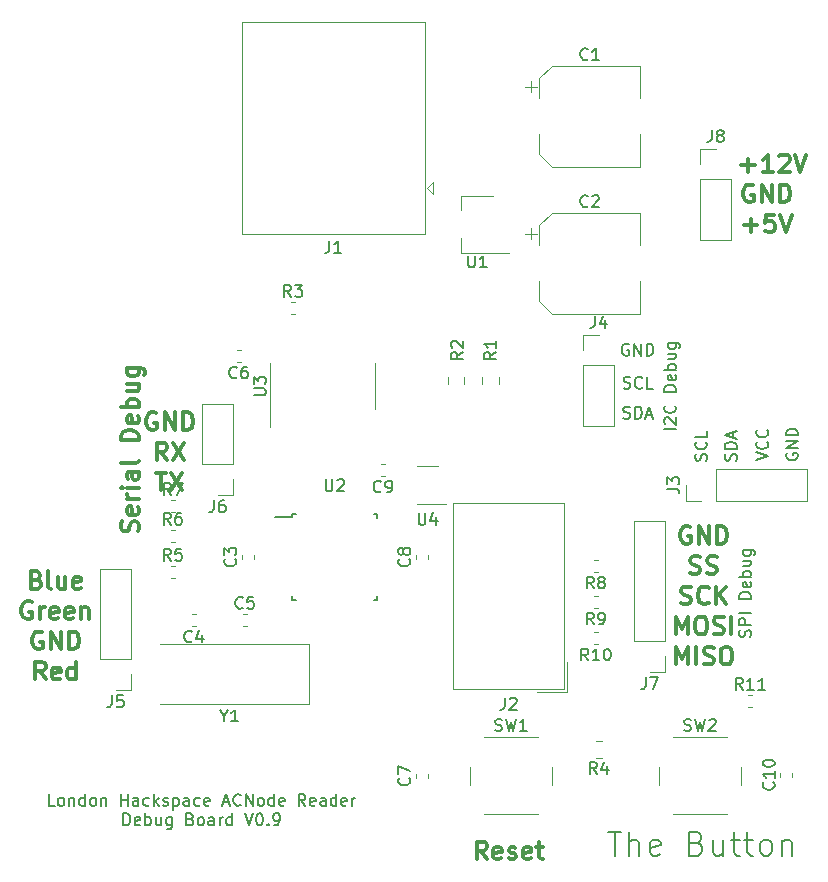
<source format=gbr>
G04 #@! TF.GenerationSoftware,KiCad,Pcbnew,(5.1.2-1)-1*
G04 #@! TF.CreationDate,2019-08-08T23:38:45+01:00*
G04 #@! TF.ProjectId,ACNodeReader_Debug,41434e6f-6465-4526-9561-6465725f4465,rev?*
G04 #@! TF.SameCoordinates,Original*
G04 #@! TF.FileFunction,Legend,Top*
G04 #@! TF.FilePolarity,Positive*
%FSLAX46Y46*%
G04 Gerber Fmt 4.6, Leading zero omitted, Abs format (unit mm)*
G04 Created by KiCad (PCBNEW (5.1.2-1)-1) date 2019-08-08 23:38:45*
%MOMM*%
%LPD*%
G04 APERTURE LIST*
%ADD10C,0.150000*%
%ADD11C,0.300000*%
%ADD12C,0.120000*%
G04 APERTURE END LIST*
D10*
X168425219Y-123847361D02*
X169568076Y-123847361D01*
X168996647Y-125847361D02*
X168996647Y-123847361D01*
X170234742Y-125847361D02*
X170234742Y-123847361D01*
X171091885Y-125847361D02*
X171091885Y-124799742D01*
X170996647Y-124609266D01*
X170806171Y-124514028D01*
X170520457Y-124514028D01*
X170329980Y-124609266D01*
X170234742Y-124704504D01*
X172806171Y-125752123D02*
X172615695Y-125847361D01*
X172234742Y-125847361D01*
X172044266Y-125752123D01*
X171949028Y-125561647D01*
X171949028Y-124799742D01*
X172044266Y-124609266D01*
X172234742Y-124514028D01*
X172615695Y-124514028D01*
X172806171Y-124609266D01*
X172901409Y-124799742D01*
X172901409Y-124990219D01*
X171949028Y-125180695D01*
X175949028Y-124799742D02*
X176234742Y-124894980D01*
X176329980Y-124990219D01*
X176425219Y-125180695D01*
X176425219Y-125466409D01*
X176329980Y-125656885D01*
X176234742Y-125752123D01*
X176044266Y-125847361D01*
X175282361Y-125847361D01*
X175282361Y-123847361D01*
X175949028Y-123847361D01*
X176139504Y-123942600D01*
X176234742Y-124037838D01*
X176329980Y-124228314D01*
X176329980Y-124418790D01*
X176234742Y-124609266D01*
X176139504Y-124704504D01*
X175949028Y-124799742D01*
X175282361Y-124799742D01*
X178139504Y-124514028D02*
X178139504Y-125847361D01*
X177282361Y-124514028D02*
X177282361Y-125561647D01*
X177377600Y-125752123D01*
X177568076Y-125847361D01*
X177853790Y-125847361D01*
X178044266Y-125752123D01*
X178139504Y-125656885D01*
X178806171Y-124514028D02*
X179568076Y-124514028D01*
X179091885Y-123847361D02*
X179091885Y-125561647D01*
X179187123Y-125752123D01*
X179377600Y-125847361D01*
X179568076Y-125847361D01*
X179949028Y-124514028D02*
X180710933Y-124514028D01*
X180234742Y-123847361D02*
X180234742Y-125561647D01*
X180329980Y-125752123D01*
X180520457Y-125847361D01*
X180710933Y-125847361D01*
X181663314Y-125847361D02*
X181472838Y-125752123D01*
X181377600Y-125656885D01*
X181282361Y-125466409D01*
X181282361Y-124894980D01*
X181377600Y-124704504D01*
X181472838Y-124609266D01*
X181663314Y-124514028D01*
X181949028Y-124514028D01*
X182139504Y-124609266D01*
X182234742Y-124704504D01*
X182329980Y-124894980D01*
X182329980Y-125466409D01*
X182234742Y-125656885D01*
X182139504Y-125752123D01*
X181949028Y-125847361D01*
X181663314Y-125847361D01*
X183187123Y-124514028D02*
X183187123Y-125847361D01*
X183187123Y-124704504D02*
X183282361Y-124609266D01*
X183472838Y-124514028D01*
X183758552Y-124514028D01*
X183949028Y-124609266D01*
X184044266Y-124799742D01*
X184044266Y-125847361D01*
X183548400Y-91795504D02*
X183500780Y-91890742D01*
X183500780Y-92033600D01*
X183548400Y-92176457D01*
X183643638Y-92271695D01*
X183738876Y-92319314D01*
X183929352Y-92366933D01*
X184072209Y-92366933D01*
X184262685Y-92319314D01*
X184357923Y-92271695D01*
X184453161Y-92176457D01*
X184500780Y-92033600D01*
X184500780Y-91938361D01*
X184453161Y-91795504D01*
X184405542Y-91747885D01*
X184072209Y-91747885D01*
X184072209Y-91938361D01*
X184500780Y-91319314D02*
X183500780Y-91319314D01*
X184500780Y-90747885D01*
X183500780Y-90747885D01*
X184500780Y-90271695D02*
X183500780Y-90271695D01*
X183500780Y-90033600D01*
X183548400Y-89890742D01*
X183643638Y-89795504D01*
X183738876Y-89747885D01*
X183929352Y-89700266D01*
X184072209Y-89700266D01*
X184262685Y-89747885D01*
X184357923Y-89795504D01*
X184453161Y-89890742D01*
X184500780Y-90033600D01*
X184500780Y-90271695D01*
X180986180Y-92366933D02*
X181986180Y-92033600D01*
X180986180Y-91700266D01*
X181890942Y-90795504D02*
X181938561Y-90843123D01*
X181986180Y-90985980D01*
X181986180Y-91081219D01*
X181938561Y-91224076D01*
X181843323Y-91319314D01*
X181748085Y-91366933D01*
X181557609Y-91414552D01*
X181414752Y-91414552D01*
X181224276Y-91366933D01*
X181129038Y-91319314D01*
X181033800Y-91224076D01*
X180986180Y-91081219D01*
X180986180Y-90985980D01*
X181033800Y-90843123D01*
X181081419Y-90795504D01*
X181890942Y-89795504D02*
X181938561Y-89843123D01*
X181986180Y-89985980D01*
X181986180Y-90081219D01*
X181938561Y-90224076D01*
X181843323Y-90319314D01*
X181748085Y-90366933D01*
X181557609Y-90414552D01*
X181414752Y-90414552D01*
X181224276Y-90366933D01*
X181129038Y-90319314D01*
X181033800Y-90224076D01*
X180986180Y-90081219D01*
X180986180Y-89985980D01*
X181033800Y-89843123D01*
X181081419Y-89795504D01*
X179271561Y-92400285D02*
X179319180Y-92257428D01*
X179319180Y-92019333D01*
X179271561Y-91924095D01*
X179223942Y-91876476D01*
X179128704Y-91828857D01*
X179033466Y-91828857D01*
X178938228Y-91876476D01*
X178890609Y-91924095D01*
X178842990Y-92019333D01*
X178795371Y-92209809D01*
X178747752Y-92305047D01*
X178700133Y-92352666D01*
X178604895Y-92400285D01*
X178509657Y-92400285D01*
X178414419Y-92352666D01*
X178366800Y-92305047D01*
X178319180Y-92209809D01*
X178319180Y-91971714D01*
X178366800Y-91828857D01*
X179319180Y-91400285D02*
X178319180Y-91400285D01*
X178319180Y-91162190D01*
X178366800Y-91019333D01*
X178462038Y-90924095D01*
X178557276Y-90876476D01*
X178747752Y-90828857D01*
X178890609Y-90828857D01*
X179081085Y-90876476D01*
X179176323Y-90924095D01*
X179271561Y-91019333D01*
X179319180Y-91162190D01*
X179319180Y-91400285D01*
X179033466Y-90447904D02*
X179033466Y-89971714D01*
X179319180Y-90543142D02*
X178319180Y-90209809D01*
X179319180Y-89876476D01*
X176756961Y-92401876D02*
X176804580Y-92259019D01*
X176804580Y-92020923D01*
X176756961Y-91925685D01*
X176709342Y-91878066D01*
X176614104Y-91830447D01*
X176518866Y-91830447D01*
X176423628Y-91878066D01*
X176376009Y-91925685D01*
X176328390Y-92020923D01*
X176280771Y-92211400D01*
X176233152Y-92306638D01*
X176185533Y-92354257D01*
X176090295Y-92401876D01*
X175995057Y-92401876D01*
X175899819Y-92354257D01*
X175852200Y-92306638D01*
X175804580Y-92211400D01*
X175804580Y-91973304D01*
X175852200Y-91830447D01*
X176709342Y-90830447D02*
X176756961Y-90878066D01*
X176804580Y-91020923D01*
X176804580Y-91116161D01*
X176756961Y-91259019D01*
X176661723Y-91354257D01*
X176566485Y-91401876D01*
X176376009Y-91449495D01*
X176233152Y-91449495D01*
X176042676Y-91401876D01*
X175947438Y-91354257D01*
X175852200Y-91259019D01*
X175804580Y-91116161D01*
X175804580Y-91020923D01*
X175852200Y-90878066D01*
X175899819Y-90830447D01*
X176804580Y-89925685D02*
X176804580Y-90401876D01*
X175804580Y-90401876D01*
X121571428Y-121627380D02*
X121095238Y-121627380D01*
X121095238Y-120627380D01*
X122047619Y-121627380D02*
X121952380Y-121579761D01*
X121904761Y-121532142D01*
X121857142Y-121436904D01*
X121857142Y-121151190D01*
X121904761Y-121055952D01*
X121952380Y-121008333D01*
X122047619Y-120960714D01*
X122190476Y-120960714D01*
X122285714Y-121008333D01*
X122333333Y-121055952D01*
X122380952Y-121151190D01*
X122380952Y-121436904D01*
X122333333Y-121532142D01*
X122285714Y-121579761D01*
X122190476Y-121627380D01*
X122047619Y-121627380D01*
X122809523Y-120960714D02*
X122809523Y-121627380D01*
X122809523Y-121055952D02*
X122857142Y-121008333D01*
X122952380Y-120960714D01*
X123095238Y-120960714D01*
X123190476Y-121008333D01*
X123238095Y-121103571D01*
X123238095Y-121627380D01*
X124142857Y-121627380D02*
X124142857Y-120627380D01*
X124142857Y-121579761D02*
X124047619Y-121627380D01*
X123857142Y-121627380D01*
X123761904Y-121579761D01*
X123714285Y-121532142D01*
X123666666Y-121436904D01*
X123666666Y-121151190D01*
X123714285Y-121055952D01*
X123761904Y-121008333D01*
X123857142Y-120960714D01*
X124047619Y-120960714D01*
X124142857Y-121008333D01*
X124761904Y-121627380D02*
X124666666Y-121579761D01*
X124619047Y-121532142D01*
X124571428Y-121436904D01*
X124571428Y-121151190D01*
X124619047Y-121055952D01*
X124666666Y-121008333D01*
X124761904Y-120960714D01*
X124904761Y-120960714D01*
X125000000Y-121008333D01*
X125047619Y-121055952D01*
X125095238Y-121151190D01*
X125095238Y-121436904D01*
X125047619Y-121532142D01*
X125000000Y-121579761D01*
X124904761Y-121627380D01*
X124761904Y-121627380D01*
X125523809Y-120960714D02*
X125523809Y-121627380D01*
X125523809Y-121055952D02*
X125571428Y-121008333D01*
X125666666Y-120960714D01*
X125809523Y-120960714D01*
X125904761Y-121008333D01*
X125952380Y-121103571D01*
X125952380Y-121627380D01*
X127190476Y-121627380D02*
X127190476Y-120627380D01*
X127190476Y-121103571D02*
X127761904Y-121103571D01*
X127761904Y-121627380D02*
X127761904Y-120627380D01*
X128666666Y-121627380D02*
X128666666Y-121103571D01*
X128619047Y-121008333D01*
X128523809Y-120960714D01*
X128333333Y-120960714D01*
X128238095Y-121008333D01*
X128666666Y-121579761D02*
X128571428Y-121627380D01*
X128333333Y-121627380D01*
X128238095Y-121579761D01*
X128190476Y-121484523D01*
X128190476Y-121389285D01*
X128238095Y-121294047D01*
X128333333Y-121246428D01*
X128571428Y-121246428D01*
X128666666Y-121198809D01*
X129571428Y-121579761D02*
X129476190Y-121627380D01*
X129285714Y-121627380D01*
X129190476Y-121579761D01*
X129142857Y-121532142D01*
X129095238Y-121436904D01*
X129095238Y-121151190D01*
X129142857Y-121055952D01*
X129190476Y-121008333D01*
X129285714Y-120960714D01*
X129476190Y-120960714D01*
X129571428Y-121008333D01*
X130000000Y-121627380D02*
X130000000Y-120627380D01*
X130095238Y-121246428D02*
X130380952Y-121627380D01*
X130380952Y-120960714D02*
X130000000Y-121341666D01*
X130761904Y-121579761D02*
X130857142Y-121627380D01*
X131047619Y-121627380D01*
X131142857Y-121579761D01*
X131190476Y-121484523D01*
X131190476Y-121436904D01*
X131142857Y-121341666D01*
X131047619Y-121294047D01*
X130904761Y-121294047D01*
X130809523Y-121246428D01*
X130761904Y-121151190D01*
X130761904Y-121103571D01*
X130809523Y-121008333D01*
X130904761Y-120960714D01*
X131047619Y-120960714D01*
X131142857Y-121008333D01*
X131619047Y-120960714D02*
X131619047Y-121960714D01*
X131619047Y-121008333D02*
X131714285Y-120960714D01*
X131904761Y-120960714D01*
X132000000Y-121008333D01*
X132047619Y-121055952D01*
X132095238Y-121151190D01*
X132095238Y-121436904D01*
X132047619Y-121532142D01*
X132000000Y-121579761D01*
X131904761Y-121627380D01*
X131714285Y-121627380D01*
X131619047Y-121579761D01*
X132952380Y-121627380D02*
X132952380Y-121103571D01*
X132904761Y-121008333D01*
X132809523Y-120960714D01*
X132619047Y-120960714D01*
X132523809Y-121008333D01*
X132952380Y-121579761D02*
X132857142Y-121627380D01*
X132619047Y-121627380D01*
X132523809Y-121579761D01*
X132476190Y-121484523D01*
X132476190Y-121389285D01*
X132523809Y-121294047D01*
X132619047Y-121246428D01*
X132857142Y-121246428D01*
X132952380Y-121198809D01*
X133857142Y-121579761D02*
X133761904Y-121627380D01*
X133571428Y-121627380D01*
X133476190Y-121579761D01*
X133428571Y-121532142D01*
X133380952Y-121436904D01*
X133380952Y-121151190D01*
X133428571Y-121055952D01*
X133476190Y-121008333D01*
X133571428Y-120960714D01*
X133761904Y-120960714D01*
X133857142Y-121008333D01*
X134666666Y-121579761D02*
X134571428Y-121627380D01*
X134380952Y-121627380D01*
X134285714Y-121579761D01*
X134238095Y-121484523D01*
X134238095Y-121103571D01*
X134285714Y-121008333D01*
X134380952Y-120960714D01*
X134571428Y-120960714D01*
X134666666Y-121008333D01*
X134714285Y-121103571D01*
X134714285Y-121198809D01*
X134238095Y-121294047D01*
X135857142Y-121341666D02*
X136333333Y-121341666D01*
X135761904Y-121627380D02*
X136095238Y-120627380D01*
X136428571Y-121627380D01*
X137333333Y-121532142D02*
X137285714Y-121579761D01*
X137142857Y-121627380D01*
X137047619Y-121627380D01*
X136904761Y-121579761D01*
X136809523Y-121484523D01*
X136761904Y-121389285D01*
X136714285Y-121198809D01*
X136714285Y-121055952D01*
X136761904Y-120865476D01*
X136809523Y-120770238D01*
X136904761Y-120675000D01*
X137047619Y-120627380D01*
X137142857Y-120627380D01*
X137285714Y-120675000D01*
X137333333Y-120722619D01*
X137761904Y-121627380D02*
X137761904Y-120627380D01*
X138333333Y-121627380D01*
X138333333Y-120627380D01*
X138952380Y-121627380D02*
X138857142Y-121579761D01*
X138809523Y-121532142D01*
X138761904Y-121436904D01*
X138761904Y-121151190D01*
X138809523Y-121055952D01*
X138857142Y-121008333D01*
X138952380Y-120960714D01*
X139095238Y-120960714D01*
X139190476Y-121008333D01*
X139238095Y-121055952D01*
X139285714Y-121151190D01*
X139285714Y-121436904D01*
X139238095Y-121532142D01*
X139190476Y-121579761D01*
X139095238Y-121627380D01*
X138952380Y-121627380D01*
X140142857Y-121627380D02*
X140142857Y-120627380D01*
X140142857Y-121579761D02*
X140047619Y-121627380D01*
X139857142Y-121627380D01*
X139761904Y-121579761D01*
X139714285Y-121532142D01*
X139666666Y-121436904D01*
X139666666Y-121151190D01*
X139714285Y-121055952D01*
X139761904Y-121008333D01*
X139857142Y-120960714D01*
X140047619Y-120960714D01*
X140142857Y-121008333D01*
X141000000Y-121579761D02*
X140904761Y-121627380D01*
X140714285Y-121627380D01*
X140619047Y-121579761D01*
X140571428Y-121484523D01*
X140571428Y-121103571D01*
X140619047Y-121008333D01*
X140714285Y-120960714D01*
X140904761Y-120960714D01*
X141000000Y-121008333D01*
X141047619Y-121103571D01*
X141047619Y-121198809D01*
X140571428Y-121294047D01*
X142809523Y-121627380D02*
X142476190Y-121151190D01*
X142238095Y-121627380D02*
X142238095Y-120627380D01*
X142619047Y-120627380D01*
X142714285Y-120675000D01*
X142761904Y-120722619D01*
X142809523Y-120817857D01*
X142809523Y-120960714D01*
X142761904Y-121055952D01*
X142714285Y-121103571D01*
X142619047Y-121151190D01*
X142238095Y-121151190D01*
X143619047Y-121579761D02*
X143523809Y-121627380D01*
X143333333Y-121627380D01*
X143238095Y-121579761D01*
X143190476Y-121484523D01*
X143190476Y-121103571D01*
X143238095Y-121008333D01*
X143333333Y-120960714D01*
X143523809Y-120960714D01*
X143619047Y-121008333D01*
X143666666Y-121103571D01*
X143666666Y-121198809D01*
X143190476Y-121294047D01*
X144523809Y-121627380D02*
X144523809Y-121103571D01*
X144476190Y-121008333D01*
X144380952Y-120960714D01*
X144190476Y-120960714D01*
X144095238Y-121008333D01*
X144523809Y-121579761D02*
X144428571Y-121627380D01*
X144190476Y-121627380D01*
X144095238Y-121579761D01*
X144047619Y-121484523D01*
X144047619Y-121389285D01*
X144095238Y-121294047D01*
X144190476Y-121246428D01*
X144428571Y-121246428D01*
X144523809Y-121198809D01*
X145428571Y-121627380D02*
X145428571Y-120627380D01*
X145428571Y-121579761D02*
X145333333Y-121627380D01*
X145142857Y-121627380D01*
X145047619Y-121579761D01*
X145000000Y-121532142D01*
X144952380Y-121436904D01*
X144952380Y-121151190D01*
X145000000Y-121055952D01*
X145047619Y-121008333D01*
X145142857Y-120960714D01*
X145333333Y-120960714D01*
X145428571Y-121008333D01*
X146285714Y-121579761D02*
X146190476Y-121627380D01*
X146000000Y-121627380D01*
X145904761Y-121579761D01*
X145857142Y-121484523D01*
X145857142Y-121103571D01*
X145904761Y-121008333D01*
X146000000Y-120960714D01*
X146190476Y-120960714D01*
X146285714Y-121008333D01*
X146333333Y-121103571D01*
X146333333Y-121198809D01*
X145857142Y-121294047D01*
X146761904Y-121627380D02*
X146761904Y-120960714D01*
X146761904Y-121151190D02*
X146809523Y-121055952D01*
X146857142Y-121008333D01*
X146952380Y-120960714D01*
X147047619Y-120960714D01*
X127404761Y-123277380D02*
X127404761Y-122277380D01*
X127642857Y-122277380D01*
X127785714Y-122325000D01*
X127880952Y-122420238D01*
X127928571Y-122515476D01*
X127976190Y-122705952D01*
X127976190Y-122848809D01*
X127928571Y-123039285D01*
X127880952Y-123134523D01*
X127785714Y-123229761D01*
X127642857Y-123277380D01*
X127404761Y-123277380D01*
X128785714Y-123229761D02*
X128690476Y-123277380D01*
X128500000Y-123277380D01*
X128404761Y-123229761D01*
X128357142Y-123134523D01*
X128357142Y-122753571D01*
X128404761Y-122658333D01*
X128500000Y-122610714D01*
X128690476Y-122610714D01*
X128785714Y-122658333D01*
X128833333Y-122753571D01*
X128833333Y-122848809D01*
X128357142Y-122944047D01*
X129261904Y-123277380D02*
X129261904Y-122277380D01*
X129261904Y-122658333D02*
X129357142Y-122610714D01*
X129547619Y-122610714D01*
X129642857Y-122658333D01*
X129690476Y-122705952D01*
X129738095Y-122801190D01*
X129738095Y-123086904D01*
X129690476Y-123182142D01*
X129642857Y-123229761D01*
X129547619Y-123277380D01*
X129357142Y-123277380D01*
X129261904Y-123229761D01*
X130595238Y-122610714D02*
X130595238Y-123277380D01*
X130166666Y-122610714D02*
X130166666Y-123134523D01*
X130214285Y-123229761D01*
X130309523Y-123277380D01*
X130452380Y-123277380D01*
X130547619Y-123229761D01*
X130595238Y-123182142D01*
X131500000Y-122610714D02*
X131500000Y-123420238D01*
X131452380Y-123515476D01*
X131404761Y-123563095D01*
X131309523Y-123610714D01*
X131166666Y-123610714D01*
X131071428Y-123563095D01*
X131500000Y-123229761D02*
X131404761Y-123277380D01*
X131214285Y-123277380D01*
X131119047Y-123229761D01*
X131071428Y-123182142D01*
X131023809Y-123086904D01*
X131023809Y-122801190D01*
X131071428Y-122705952D01*
X131119047Y-122658333D01*
X131214285Y-122610714D01*
X131404761Y-122610714D01*
X131500000Y-122658333D01*
X133071428Y-122753571D02*
X133214285Y-122801190D01*
X133261904Y-122848809D01*
X133309523Y-122944047D01*
X133309523Y-123086904D01*
X133261904Y-123182142D01*
X133214285Y-123229761D01*
X133119047Y-123277380D01*
X132738095Y-123277380D01*
X132738095Y-122277380D01*
X133071428Y-122277380D01*
X133166666Y-122325000D01*
X133214285Y-122372619D01*
X133261904Y-122467857D01*
X133261904Y-122563095D01*
X133214285Y-122658333D01*
X133166666Y-122705952D01*
X133071428Y-122753571D01*
X132738095Y-122753571D01*
X133880952Y-123277380D02*
X133785714Y-123229761D01*
X133738095Y-123182142D01*
X133690476Y-123086904D01*
X133690476Y-122801190D01*
X133738095Y-122705952D01*
X133785714Y-122658333D01*
X133880952Y-122610714D01*
X134023809Y-122610714D01*
X134119047Y-122658333D01*
X134166666Y-122705952D01*
X134214285Y-122801190D01*
X134214285Y-123086904D01*
X134166666Y-123182142D01*
X134119047Y-123229761D01*
X134023809Y-123277380D01*
X133880952Y-123277380D01*
X135071428Y-123277380D02*
X135071428Y-122753571D01*
X135023809Y-122658333D01*
X134928571Y-122610714D01*
X134738095Y-122610714D01*
X134642857Y-122658333D01*
X135071428Y-123229761D02*
X134976190Y-123277380D01*
X134738095Y-123277380D01*
X134642857Y-123229761D01*
X134595238Y-123134523D01*
X134595238Y-123039285D01*
X134642857Y-122944047D01*
X134738095Y-122896428D01*
X134976190Y-122896428D01*
X135071428Y-122848809D01*
X135547619Y-123277380D02*
X135547619Y-122610714D01*
X135547619Y-122801190D02*
X135595238Y-122705952D01*
X135642857Y-122658333D01*
X135738095Y-122610714D01*
X135833333Y-122610714D01*
X136595238Y-123277380D02*
X136595238Y-122277380D01*
X136595238Y-123229761D02*
X136500000Y-123277380D01*
X136309523Y-123277380D01*
X136214285Y-123229761D01*
X136166666Y-123182142D01*
X136119047Y-123086904D01*
X136119047Y-122801190D01*
X136166666Y-122705952D01*
X136214285Y-122658333D01*
X136309523Y-122610714D01*
X136500000Y-122610714D01*
X136595238Y-122658333D01*
X137690476Y-122277380D02*
X138023809Y-123277380D01*
X138357142Y-122277380D01*
X138880952Y-122277380D02*
X138976190Y-122277380D01*
X139071428Y-122325000D01*
X139119047Y-122372619D01*
X139166666Y-122467857D01*
X139214285Y-122658333D01*
X139214285Y-122896428D01*
X139166666Y-123086904D01*
X139119047Y-123182142D01*
X139071428Y-123229761D01*
X138976190Y-123277380D01*
X138880952Y-123277380D01*
X138785714Y-123229761D01*
X138738095Y-123182142D01*
X138690476Y-123086904D01*
X138642857Y-122896428D01*
X138642857Y-122658333D01*
X138690476Y-122467857D01*
X138738095Y-122372619D01*
X138785714Y-122325000D01*
X138880952Y-122277380D01*
X139642857Y-123182142D02*
X139690476Y-123229761D01*
X139642857Y-123277380D01*
X139595238Y-123229761D01*
X139642857Y-123182142D01*
X139642857Y-123277380D01*
X140166666Y-123277380D02*
X140357142Y-123277380D01*
X140452380Y-123229761D01*
X140500000Y-123182142D01*
X140595238Y-123039285D01*
X140642857Y-122848809D01*
X140642857Y-122467857D01*
X140595238Y-122372619D01*
X140547619Y-122325000D01*
X140452380Y-122277380D01*
X140261904Y-122277380D01*
X140166666Y-122325000D01*
X140119047Y-122372619D01*
X140071428Y-122467857D01*
X140071428Y-122705952D01*
X140119047Y-122801190D01*
X140166666Y-122848809D01*
X140261904Y-122896428D01*
X140452380Y-122896428D01*
X140547619Y-122848809D01*
X140595238Y-122801190D01*
X140642857Y-122705952D01*
D11*
X120058857Y-102493857D02*
X120273142Y-102565285D01*
X120344571Y-102636714D01*
X120416000Y-102779571D01*
X120416000Y-102993857D01*
X120344571Y-103136714D01*
X120273142Y-103208142D01*
X120130285Y-103279571D01*
X119558857Y-103279571D01*
X119558857Y-101779571D01*
X120058857Y-101779571D01*
X120201714Y-101851000D01*
X120273142Y-101922428D01*
X120344571Y-102065285D01*
X120344571Y-102208142D01*
X120273142Y-102351000D01*
X120201714Y-102422428D01*
X120058857Y-102493857D01*
X119558857Y-102493857D01*
X121273142Y-103279571D02*
X121130285Y-103208142D01*
X121058857Y-103065285D01*
X121058857Y-101779571D01*
X122487428Y-102279571D02*
X122487428Y-103279571D01*
X121844571Y-102279571D02*
X121844571Y-103065285D01*
X121916000Y-103208142D01*
X122058857Y-103279571D01*
X122273142Y-103279571D01*
X122416000Y-103208142D01*
X122487428Y-103136714D01*
X123773142Y-103208142D02*
X123630285Y-103279571D01*
X123344571Y-103279571D01*
X123201714Y-103208142D01*
X123130285Y-103065285D01*
X123130285Y-102493857D01*
X123201714Y-102351000D01*
X123344571Y-102279571D01*
X123630285Y-102279571D01*
X123773142Y-102351000D01*
X123844571Y-102493857D01*
X123844571Y-102636714D01*
X123130285Y-102779571D01*
X119630285Y-104401000D02*
X119487428Y-104329571D01*
X119273142Y-104329571D01*
X119058857Y-104401000D01*
X118916000Y-104543857D01*
X118844571Y-104686714D01*
X118773142Y-104972428D01*
X118773142Y-105186714D01*
X118844571Y-105472428D01*
X118916000Y-105615285D01*
X119058857Y-105758142D01*
X119273142Y-105829571D01*
X119416000Y-105829571D01*
X119630285Y-105758142D01*
X119701714Y-105686714D01*
X119701714Y-105186714D01*
X119416000Y-105186714D01*
X120344571Y-105829571D02*
X120344571Y-104829571D01*
X120344571Y-105115285D02*
X120416000Y-104972428D01*
X120487428Y-104901000D01*
X120630285Y-104829571D01*
X120773142Y-104829571D01*
X121844571Y-105758142D02*
X121701714Y-105829571D01*
X121416000Y-105829571D01*
X121273142Y-105758142D01*
X121201714Y-105615285D01*
X121201714Y-105043857D01*
X121273142Y-104901000D01*
X121416000Y-104829571D01*
X121701714Y-104829571D01*
X121844571Y-104901000D01*
X121916000Y-105043857D01*
X121916000Y-105186714D01*
X121201714Y-105329571D01*
X123130285Y-105758142D02*
X122987428Y-105829571D01*
X122701714Y-105829571D01*
X122558857Y-105758142D01*
X122487428Y-105615285D01*
X122487428Y-105043857D01*
X122558857Y-104901000D01*
X122701714Y-104829571D01*
X122987428Y-104829571D01*
X123130285Y-104901000D01*
X123201714Y-105043857D01*
X123201714Y-105186714D01*
X122487428Y-105329571D01*
X123844571Y-104829571D02*
X123844571Y-105829571D01*
X123844571Y-104972428D02*
X123916000Y-104901000D01*
X124058857Y-104829571D01*
X124273142Y-104829571D01*
X124416000Y-104901000D01*
X124487428Y-105043857D01*
X124487428Y-105829571D01*
X120523142Y-106951000D02*
X120380285Y-106879571D01*
X120166000Y-106879571D01*
X119951714Y-106951000D01*
X119808857Y-107093857D01*
X119737428Y-107236714D01*
X119666000Y-107522428D01*
X119666000Y-107736714D01*
X119737428Y-108022428D01*
X119808857Y-108165285D01*
X119951714Y-108308142D01*
X120166000Y-108379571D01*
X120308857Y-108379571D01*
X120523142Y-108308142D01*
X120594571Y-108236714D01*
X120594571Y-107736714D01*
X120308857Y-107736714D01*
X121237428Y-108379571D02*
X121237428Y-106879571D01*
X122094571Y-108379571D01*
X122094571Y-106879571D01*
X122808857Y-108379571D02*
X122808857Y-106879571D01*
X123166000Y-106879571D01*
X123380285Y-106951000D01*
X123523142Y-107093857D01*
X123594571Y-107236714D01*
X123666000Y-107522428D01*
X123666000Y-107736714D01*
X123594571Y-108022428D01*
X123523142Y-108165285D01*
X123380285Y-108308142D01*
X123166000Y-108379571D01*
X122808857Y-108379571D01*
X120808857Y-110929571D02*
X120308857Y-110215285D01*
X119951714Y-110929571D02*
X119951714Y-109429571D01*
X120523142Y-109429571D01*
X120666000Y-109501000D01*
X120737428Y-109572428D01*
X120808857Y-109715285D01*
X120808857Y-109929571D01*
X120737428Y-110072428D01*
X120666000Y-110143857D01*
X120523142Y-110215285D01*
X119951714Y-110215285D01*
X122023142Y-110858142D02*
X121880285Y-110929571D01*
X121594571Y-110929571D01*
X121451714Y-110858142D01*
X121380285Y-110715285D01*
X121380285Y-110143857D01*
X121451714Y-110001000D01*
X121594571Y-109929571D01*
X121880285Y-109929571D01*
X122023142Y-110001000D01*
X122094571Y-110143857D01*
X122094571Y-110286714D01*
X121380285Y-110429571D01*
X123380285Y-110929571D02*
X123380285Y-109429571D01*
X123380285Y-110858142D02*
X123237428Y-110929571D01*
X122951714Y-110929571D01*
X122808857Y-110858142D01*
X122737428Y-110786714D01*
X122666000Y-110643857D01*
X122666000Y-110215285D01*
X122737428Y-110072428D01*
X122808857Y-110001000D01*
X122951714Y-109929571D01*
X123237428Y-109929571D01*
X123380285Y-110001000D01*
D10*
X174188380Y-89748857D02*
X173188380Y-89748857D01*
X173283619Y-89320285D02*
X173236000Y-89272666D01*
X173188380Y-89177428D01*
X173188380Y-88939333D01*
X173236000Y-88844095D01*
X173283619Y-88796476D01*
X173378857Y-88748857D01*
X173474095Y-88748857D01*
X173616952Y-88796476D01*
X174188380Y-89367904D01*
X174188380Y-88748857D01*
X174093142Y-87748857D02*
X174140761Y-87796476D01*
X174188380Y-87939333D01*
X174188380Y-88034571D01*
X174140761Y-88177428D01*
X174045523Y-88272666D01*
X173950285Y-88320285D01*
X173759809Y-88367904D01*
X173616952Y-88367904D01*
X173426476Y-88320285D01*
X173331238Y-88272666D01*
X173236000Y-88177428D01*
X173188380Y-88034571D01*
X173188380Y-87939333D01*
X173236000Y-87796476D01*
X173283619Y-87748857D01*
X174188380Y-86558380D02*
X173188380Y-86558380D01*
X173188380Y-86320285D01*
X173236000Y-86177428D01*
X173331238Y-86082190D01*
X173426476Y-86034571D01*
X173616952Y-85986952D01*
X173759809Y-85986952D01*
X173950285Y-86034571D01*
X174045523Y-86082190D01*
X174140761Y-86177428D01*
X174188380Y-86320285D01*
X174188380Y-86558380D01*
X174140761Y-85177428D02*
X174188380Y-85272666D01*
X174188380Y-85463142D01*
X174140761Y-85558380D01*
X174045523Y-85606000D01*
X173664571Y-85606000D01*
X173569333Y-85558380D01*
X173521714Y-85463142D01*
X173521714Y-85272666D01*
X173569333Y-85177428D01*
X173664571Y-85129809D01*
X173759809Y-85129809D01*
X173855047Y-85606000D01*
X174188380Y-84701238D02*
X173188380Y-84701238D01*
X173569333Y-84701238D02*
X173521714Y-84606000D01*
X173521714Y-84415523D01*
X173569333Y-84320285D01*
X173616952Y-84272666D01*
X173712190Y-84225047D01*
X173997904Y-84225047D01*
X174093142Y-84272666D01*
X174140761Y-84320285D01*
X174188380Y-84415523D01*
X174188380Y-84606000D01*
X174140761Y-84701238D01*
X173521714Y-83367904D02*
X174188380Y-83367904D01*
X173521714Y-83796476D02*
X174045523Y-83796476D01*
X174140761Y-83748857D01*
X174188380Y-83653619D01*
X174188380Y-83510761D01*
X174140761Y-83415523D01*
X174093142Y-83367904D01*
X173521714Y-82463142D02*
X174331238Y-82463142D01*
X174426476Y-82510761D01*
X174474095Y-82558380D01*
X174521714Y-82653619D01*
X174521714Y-82796476D01*
X174474095Y-82891714D01*
X174140761Y-82463142D02*
X174188380Y-82558380D01*
X174188380Y-82748857D01*
X174140761Y-82844095D01*
X174093142Y-82891714D01*
X173997904Y-82939333D01*
X173712190Y-82939333D01*
X173616952Y-82891714D01*
X173569333Y-82844095D01*
X173521714Y-82748857D01*
X173521714Y-82558380D01*
X173569333Y-82463142D01*
X169727714Y-88796761D02*
X169870571Y-88844380D01*
X170108666Y-88844380D01*
X170203904Y-88796761D01*
X170251523Y-88749142D01*
X170299142Y-88653904D01*
X170299142Y-88558666D01*
X170251523Y-88463428D01*
X170203904Y-88415809D01*
X170108666Y-88368190D01*
X169918190Y-88320571D01*
X169822952Y-88272952D01*
X169775333Y-88225333D01*
X169727714Y-88130095D01*
X169727714Y-88034857D01*
X169775333Y-87939619D01*
X169822952Y-87892000D01*
X169918190Y-87844380D01*
X170156285Y-87844380D01*
X170299142Y-87892000D01*
X170727714Y-88844380D02*
X170727714Y-87844380D01*
X170965809Y-87844380D01*
X171108666Y-87892000D01*
X171203904Y-87987238D01*
X171251523Y-88082476D01*
X171299142Y-88272952D01*
X171299142Y-88415809D01*
X171251523Y-88606285D01*
X171203904Y-88701523D01*
X171108666Y-88796761D01*
X170965809Y-88844380D01*
X170727714Y-88844380D01*
X171680095Y-88558666D02*
X172156285Y-88558666D01*
X171584857Y-88844380D02*
X171918190Y-87844380D01*
X172251523Y-88844380D01*
X169751523Y-86256761D02*
X169894380Y-86304380D01*
X170132476Y-86304380D01*
X170227714Y-86256761D01*
X170275333Y-86209142D01*
X170322952Y-86113904D01*
X170322952Y-86018666D01*
X170275333Y-85923428D01*
X170227714Y-85875809D01*
X170132476Y-85828190D01*
X169942000Y-85780571D01*
X169846761Y-85732952D01*
X169799142Y-85685333D01*
X169751523Y-85590095D01*
X169751523Y-85494857D01*
X169799142Y-85399619D01*
X169846761Y-85352000D01*
X169942000Y-85304380D01*
X170180095Y-85304380D01*
X170322952Y-85352000D01*
X171322952Y-86209142D02*
X171275333Y-86256761D01*
X171132476Y-86304380D01*
X171037238Y-86304380D01*
X170894380Y-86256761D01*
X170799142Y-86161523D01*
X170751523Y-86066285D01*
X170703904Y-85875809D01*
X170703904Y-85732952D01*
X170751523Y-85542476D01*
X170799142Y-85447238D01*
X170894380Y-85352000D01*
X171037238Y-85304380D01*
X171132476Y-85304380D01*
X171275333Y-85352000D01*
X171322952Y-85399619D01*
X172227714Y-86304380D02*
X171751523Y-86304380D01*
X171751523Y-85304380D01*
X170180095Y-82558000D02*
X170084857Y-82510380D01*
X169942000Y-82510380D01*
X169799142Y-82558000D01*
X169703904Y-82653238D01*
X169656285Y-82748476D01*
X169608666Y-82938952D01*
X169608666Y-83081809D01*
X169656285Y-83272285D01*
X169703904Y-83367523D01*
X169799142Y-83462761D01*
X169942000Y-83510380D01*
X170037238Y-83510380D01*
X170180095Y-83462761D01*
X170227714Y-83415142D01*
X170227714Y-83081809D01*
X170037238Y-83081809D01*
X170656285Y-83510380D02*
X170656285Y-82510380D01*
X171227714Y-83510380D01*
X171227714Y-82510380D01*
X171703904Y-83510380D02*
X171703904Y-82510380D01*
X171942000Y-82510380D01*
X172084857Y-82558000D01*
X172180095Y-82653238D01*
X172227714Y-82748476D01*
X172275333Y-82938952D01*
X172275333Y-83081809D01*
X172227714Y-83272285D01*
X172180095Y-83367523D01*
X172084857Y-83462761D01*
X171942000Y-83510380D01*
X171703904Y-83510380D01*
D11*
X158162857Y-126154571D02*
X157662857Y-125440285D01*
X157305714Y-126154571D02*
X157305714Y-124654571D01*
X157877142Y-124654571D01*
X158020000Y-124726000D01*
X158091428Y-124797428D01*
X158162857Y-124940285D01*
X158162857Y-125154571D01*
X158091428Y-125297428D01*
X158020000Y-125368857D01*
X157877142Y-125440285D01*
X157305714Y-125440285D01*
X159377142Y-126083142D02*
X159234285Y-126154571D01*
X158948571Y-126154571D01*
X158805714Y-126083142D01*
X158734285Y-125940285D01*
X158734285Y-125368857D01*
X158805714Y-125226000D01*
X158948571Y-125154571D01*
X159234285Y-125154571D01*
X159377142Y-125226000D01*
X159448571Y-125368857D01*
X159448571Y-125511714D01*
X158734285Y-125654571D01*
X160020000Y-126083142D02*
X160162857Y-126154571D01*
X160448571Y-126154571D01*
X160591428Y-126083142D01*
X160662857Y-125940285D01*
X160662857Y-125868857D01*
X160591428Y-125726000D01*
X160448571Y-125654571D01*
X160234285Y-125654571D01*
X160091428Y-125583142D01*
X160020000Y-125440285D01*
X160020000Y-125368857D01*
X160091428Y-125226000D01*
X160234285Y-125154571D01*
X160448571Y-125154571D01*
X160591428Y-125226000D01*
X161877142Y-126083142D02*
X161734285Y-126154571D01*
X161448571Y-126154571D01*
X161305714Y-126083142D01*
X161234285Y-125940285D01*
X161234285Y-125368857D01*
X161305714Y-125226000D01*
X161448571Y-125154571D01*
X161734285Y-125154571D01*
X161877142Y-125226000D01*
X161948571Y-125368857D01*
X161948571Y-125511714D01*
X161234285Y-125654571D01*
X162377142Y-125154571D02*
X162948571Y-125154571D01*
X162591428Y-124654571D02*
X162591428Y-125940285D01*
X162662857Y-126083142D01*
X162805714Y-126154571D01*
X162948571Y-126154571D01*
D10*
X180490761Y-107322476D02*
X180538380Y-107179619D01*
X180538380Y-106941523D01*
X180490761Y-106846285D01*
X180443142Y-106798666D01*
X180347904Y-106751047D01*
X180252666Y-106751047D01*
X180157428Y-106798666D01*
X180109809Y-106846285D01*
X180062190Y-106941523D01*
X180014571Y-107132000D01*
X179966952Y-107227238D01*
X179919333Y-107274857D01*
X179824095Y-107322476D01*
X179728857Y-107322476D01*
X179633619Y-107274857D01*
X179586000Y-107227238D01*
X179538380Y-107132000D01*
X179538380Y-106893904D01*
X179586000Y-106751047D01*
X180538380Y-106322476D02*
X179538380Y-106322476D01*
X179538380Y-105941523D01*
X179586000Y-105846285D01*
X179633619Y-105798666D01*
X179728857Y-105751047D01*
X179871714Y-105751047D01*
X179966952Y-105798666D01*
X180014571Y-105846285D01*
X180062190Y-105941523D01*
X180062190Y-106322476D01*
X180538380Y-105322476D02*
X179538380Y-105322476D01*
X180538380Y-104084380D02*
X179538380Y-104084380D01*
X179538380Y-103846285D01*
X179586000Y-103703428D01*
X179681238Y-103608190D01*
X179776476Y-103560571D01*
X179966952Y-103512952D01*
X180109809Y-103512952D01*
X180300285Y-103560571D01*
X180395523Y-103608190D01*
X180490761Y-103703428D01*
X180538380Y-103846285D01*
X180538380Y-104084380D01*
X180490761Y-102703428D02*
X180538380Y-102798666D01*
X180538380Y-102989142D01*
X180490761Y-103084380D01*
X180395523Y-103132000D01*
X180014571Y-103132000D01*
X179919333Y-103084380D01*
X179871714Y-102989142D01*
X179871714Y-102798666D01*
X179919333Y-102703428D01*
X180014571Y-102655809D01*
X180109809Y-102655809D01*
X180205047Y-103132000D01*
X180538380Y-102227238D02*
X179538380Y-102227238D01*
X179919333Y-102227238D02*
X179871714Y-102132000D01*
X179871714Y-101941523D01*
X179919333Y-101846285D01*
X179966952Y-101798666D01*
X180062190Y-101751047D01*
X180347904Y-101751047D01*
X180443142Y-101798666D01*
X180490761Y-101846285D01*
X180538380Y-101941523D01*
X180538380Y-102132000D01*
X180490761Y-102227238D01*
X179871714Y-100893904D02*
X180538380Y-100893904D01*
X179871714Y-101322476D02*
X180395523Y-101322476D01*
X180490761Y-101274857D01*
X180538380Y-101179619D01*
X180538380Y-101036761D01*
X180490761Y-100941523D01*
X180443142Y-100893904D01*
X179871714Y-99989142D02*
X180681238Y-99989142D01*
X180776476Y-100036761D01*
X180824095Y-100084380D01*
X180871714Y-100179619D01*
X180871714Y-100322476D01*
X180824095Y-100417714D01*
X180490761Y-99989142D02*
X180538380Y-100084380D01*
X180538380Y-100274857D01*
X180490761Y-100370095D01*
X180443142Y-100417714D01*
X180347904Y-100465333D01*
X180062190Y-100465333D01*
X179966952Y-100417714D01*
X179919333Y-100370095D01*
X179871714Y-100274857D01*
X179871714Y-100084380D01*
X179919333Y-99989142D01*
D11*
X175387142Y-98036000D02*
X175244285Y-97964571D01*
X175030000Y-97964571D01*
X174815714Y-98036000D01*
X174672857Y-98178857D01*
X174601428Y-98321714D01*
X174530000Y-98607428D01*
X174530000Y-98821714D01*
X174601428Y-99107428D01*
X174672857Y-99250285D01*
X174815714Y-99393142D01*
X175030000Y-99464571D01*
X175172857Y-99464571D01*
X175387142Y-99393142D01*
X175458571Y-99321714D01*
X175458571Y-98821714D01*
X175172857Y-98821714D01*
X176101428Y-99464571D02*
X176101428Y-97964571D01*
X176958571Y-99464571D01*
X176958571Y-97964571D01*
X177672857Y-99464571D02*
X177672857Y-97964571D01*
X178030000Y-97964571D01*
X178244285Y-98036000D01*
X178387142Y-98178857D01*
X178458571Y-98321714D01*
X178530000Y-98607428D01*
X178530000Y-98821714D01*
X178458571Y-99107428D01*
X178387142Y-99250285D01*
X178244285Y-99393142D01*
X178030000Y-99464571D01*
X177672857Y-99464571D01*
X175387142Y-101943142D02*
X175601428Y-102014571D01*
X175958571Y-102014571D01*
X176101428Y-101943142D01*
X176172857Y-101871714D01*
X176244285Y-101728857D01*
X176244285Y-101586000D01*
X176172857Y-101443142D01*
X176101428Y-101371714D01*
X175958571Y-101300285D01*
X175672857Y-101228857D01*
X175530000Y-101157428D01*
X175458571Y-101086000D01*
X175387142Y-100943142D01*
X175387142Y-100800285D01*
X175458571Y-100657428D01*
X175530000Y-100586000D01*
X175672857Y-100514571D01*
X176030000Y-100514571D01*
X176244285Y-100586000D01*
X176815714Y-101943142D02*
X177030000Y-102014571D01*
X177387142Y-102014571D01*
X177530000Y-101943142D01*
X177601428Y-101871714D01*
X177672857Y-101728857D01*
X177672857Y-101586000D01*
X177601428Y-101443142D01*
X177530000Y-101371714D01*
X177387142Y-101300285D01*
X177101428Y-101228857D01*
X176958571Y-101157428D01*
X176887142Y-101086000D01*
X176815714Y-100943142D01*
X176815714Y-100800285D01*
X176887142Y-100657428D01*
X176958571Y-100586000D01*
X177101428Y-100514571D01*
X177458571Y-100514571D01*
X177672857Y-100586000D01*
X174601428Y-104493142D02*
X174815714Y-104564571D01*
X175172857Y-104564571D01*
X175315714Y-104493142D01*
X175387142Y-104421714D01*
X175458571Y-104278857D01*
X175458571Y-104136000D01*
X175387142Y-103993142D01*
X175315714Y-103921714D01*
X175172857Y-103850285D01*
X174887142Y-103778857D01*
X174744285Y-103707428D01*
X174672857Y-103636000D01*
X174601428Y-103493142D01*
X174601428Y-103350285D01*
X174672857Y-103207428D01*
X174744285Y-103136000D01*
X174887142Y-103064571D01*
X175244285Y-103064571D01*
X175458571Y-103136000D01*
X176958571Y-104421714D02*
X176887142Y-104493142D01*
X176672857Y-104564571D01*
X176530000Y-104564571D01*
X176315714Y-104493142D01*
X176172857Y-104350285D01*
X176101428Y-104207428D01*
X176030000Y-103921714D01*
X176030000Y-103707428D01*
X176101428Y-103421714D01*
X176172857Y-103278857D01*
X176315714Y-103136000D01*
X176530000Y-103064571D01*
X176672857Y-103064571D01*
X176887142Y-103136000D01*
X176958571Y-103207428D01*
X177601428Y-104564571D02*
X177601428Y-103064571D01*
X178458571Y-104564571D02*
X177815714Y-103707428D01*
X178458571Y-103064571D02*
X177601428Y-103921714D01*
X174172857Y-107114571D02*
X174172857Y-105614571D01*
X174672857Y-106686000D01*
X175172857Y-105614571D01*
X175172857Y-107114571D01*
X176172857Y-105614571D02*
X176458571Y-105614571D01*
X176601428Y-105686000D01*
X176744285Y-105828857D01*
X176815714Y-106114571D01*
X176815714Y-106614571D01*
X176744285Y-106900285D01*
X176601428Y-107043142D01*
X176458571Y-107114571D01*
X176172857Y-107114571D01*
X176030000Y-107043142D01*
X175887142Y-106900285D01*
X175815714Y-106614571D01*
X175815714Y-106114571D01*
X175887142Y-105828857D01*
X176030000Y-105686000D01*
X176172857Y-105614571D01*
X177387142Y-107043142D02*
X177601428Y-107114571D01*
X177958571Y-107114571D01*
X178101428Y-107043142D01*
X178172857Y-106971714D01*
X178244285Y-106828857D01*
X178244285Y-106686000D01*
X178172857Y-106543142D01*
X178101428Y-106471714D01*
X177958571Y-106400285D01*
X177672857Y-106328857D01*
X177530000Y-106257428D01*
X177458571Y-106186000D01*
X177387142Y-106043142D01*
X177387142Y-105900285D01*
X177458571Y-105757428D01*
X177530000Y-105686000D01*
X177672857Y-105614571D01*
X178030000Y-105614571D01*
X178244285Y-105686000D01*
X178887142Y-107114571D02*
X178887142Y-105614571D01*
X174172857Y-109664571D02*
X174172857Y-108164571D01*
X174672857Y-109236000D01*
X175172857Y-108164571D01*
X175172857Y-109664571D01*
X175887142Y-109664571D02*
X175887142Y-108164571D01*
X176530000Y-109593142D02*
X176744285Y-109664571D01*
X177101428Y-109664571D01*
X177244285Y-109593142D01*
X177315714Y-109521714D01*
X177387142Y-109378857D01*
X177387142Y-109236000D01*
X177315714Y-109093142D01*
X177244285Y-109021714D01*
X177101428Y-108950285D01*
X176815714Y-108878857D01*
X176672857Y-108807428D01*
X176601428Y-108736000D01*
X176530000Y-108593142D01*
X176530000Y-108450285D01*
X176601428Y-108307428D01*
X176672857Y-108236000D01*
X176815714Y-108164571D01*
X177172857Y-108164571D01*
X177387142Y-108236000D01*
X178315714Y-108164571D02*
X178601428Y-108164571D01*
X178744285Y-108236000D01*
X178887142Y-108378857D01*
X178958571Y-108664571D01*
X178958571Y-109164571D01*
X178887142Y-109450285D01*
X178744285Y-109593142D01*
X178601428Y-109664571D01*
X178315714Y-109664571D01*
X178172857Y-109593142D01*
X178030000Y-109450285D01*
X177958571Y-109164571D01*
X177958571Y-108664571D01*
X178030000Y-108378857D01*
X178172857Y-108236000D01*
X178315714Y-108164571D01*
X128623142Y-98404285D02*
X128694571Y-98190000D01*
X128694571Y-97832857D01*
X128623142Y-97690000D01*
X128551714Y-97618571D01*
X128408857Y-97547142D01*
X128266000Y-97547142D01*
X128123142Y-97618571D01*
X128051714Y-97690000D01*
X127980285Y-97832857D01*
X127908857Y-98118571D01*
X127837428Y-98261428D01*
X127766000Y-98332857D01*
X127623142Y-98404285D01*
X127480285Y-98404285D01*
X127337428Y-98332857D01*
X127266000Y-98261428D01*
X127194571Y-98118571D01*
X127194571Y-97761428D01*
X127266000Y-97547142D01*
X128623142Y-96332857D02*
X128694571Y-96475714D01*
X128694571Y-96761428D01*
X128623142Y-96904285D01*
X128480285Y-96975714D01*
X127908857Y-96975714D01*
X127766000Y-96904285D01*
X127694571Y-96761428D01*
X127694571Y-96475714D01*
X127766000Y-96332857D01*
X127908857Y-96261428D01*
X128051714Y-96261428D01*
X128194571Y-96975714D01*
X128694571Y-95618571D02*
X127694571Y-95618571D01*
X127980285Y-95618571D02*
X127837428Y-95547142D01*
X127766000Y-95475714D01*
X127694571Y-95332857D01*
X127694571Y-95190000D01*
X128694571Y-94690000D02*
X127694571Y-94690000D01*
X127194571Y-94690000D02*
X127266000Y-94761428D01*
X127337428Y-94690000D01*
X127266000Y-94618571D01*
X127194571Y-94690000D01*
X127337428Y-94690000D01*
X128694571Y-93332857D02*
X127908857Y-93332857D01*
X127766000Y-93404285D01*
X127694571Y-93547142D01*
X127694571Y-93832857D01*
X127766000Y-93975714D01*
X128623142Y-93332857D02*
X128694571Y-93475714D01*
X128694571Y-93832857D01*
X128623142Y-93975714D01*
X128480285Y-94047142D01*
X128337428Y-94047142D01*
X128194571Y-93975714D01*
X128123142Y-93832857D01*
X128123142Y-93475714D01*
X128051714Y-93332857D01*
X128694571Y-92404285D02*
X128623142Y-92547142D01*
X128480285Y-92618571D01*
X127194571Y-92618571D01*
X128694571Y-90690000D02*
X127194571Y-90690000D01*
X127194571Y-90332857D01*
X127266000Y-90118571D01*
X127408857Y-89975714D01*
X127551714Y-89904285D01*
X127837428Y-89832857D01*
X128051714Y-89832857D01*
X128337428Y-89904285D01*
X128480285Y-89975714D01*
X128623142Y-90118571D01*
X128694571Y-90332857D01*
X128694571Y-90690000D01*
X128623142Y-88618571D02*
X128694571Y-88761428D01*
X128694571Y-89047142D01*
X128623142Y-89190000D01*
X128480285Y-89261428D01*
X127908857Y-89261428D01*
X127766000Y-89190000D01*
X127694571Y-89047142D01*
X127694571Y-88761428D01*
X127766000Y-88618571D01*
X127908857Y-88547142D01*
X128051714Y-88547142D01*
X128194571Y-89261428D01*
X128694571Y-87904285D02*
X127194571Y-87904285D01*
X127766000Y-87904285D02*
X127694571Y-87761428D01*
X127694571Y-87475714D01*
X127766000Y-87332857D01*
X127837428Y-87261428D01*
X127980285Y-87190000D01*
X128408857Y-87190000D01*
X128551714Y-87261428D01*
X128623142Y-87332857D01*
X128694571Y-87475714D01*
X128694571Y-87761428D01*
X128623142Y-87904285D01*
X127694571Y-85904285D02*
X128694571Y-85904285D01*
X127694571Y-86547142D02*
X128480285Y-86547142D01*
X128623142Y-86475714D01*
X128694571Y-86332857D01*
X128694571Y-86118571D01*
X128623142Y-85975714D01*
X128551714Y-85904285D01*
X127694571Y-84547142D02*
X128908857Y-84547142D01*
X129051714Y-84618571D01*
X129123142Y-84690000D01*
X129194571Y-84832857D01*
X129194571Y-85047142D01*
X129123142Y-85190000D01*
X128623142Y-84547142D02*
X128694571Y-84690000D01*
X128694571Y-84975714D01*
X128623142Y-85118571D01*
X128551714Y-85190000D01*
X128408857Y-85261428D01*
X127980285Y-85261428D01*
X127837428Y-85190000D01*
X127766000Y-85118571D01*
X127694571Y-84975714D01*
X127694571Y-84690000D01*
X127766000Y-84547142D01*
X130175142Y-88394000D02*
X130032285Y-88322571D01*
X129818000Y-88322571D01*
X129603714Y-88394000D01*
X129460857Y-88536857D01*
X129389428Y-88679714D01*
X129318000Y-88965428D01*
X129318000Y-89179714D01*
X129389428Y-89465428D01*
X129460857Y-89608285D01*
X129603714Y-89751142D01*
X129818000Y-89822571D01*
X129960857Y-89822571D01*
X130175142Y-89751142D01*
X130246571Y-89679714D01*
X130246571Y-89179714D01*
X129960857Y-89179714D01*
X130889428Y-89822571D02*
X130889428Y-88322571D01*
X131746571Y-89822571D01*
X131746571Y-88322571D01*
X132460857Y-89822571D02*
X132460857Y-88322571D01*
X132818000Y-88322571D01*
X133032285Y-88394000D01*
X133175142Y-88536857D01*
X133246571Y-88679714D01*
X133318000Y-88965428D01*
X133318000Y-89179714D01*
X133246571Y-89465428D01*
X133175142Y-89608285D01*
X133032285Y-89751142D01*
X132818000Y-89822571D01*
X132460857Y-89822571D01*
X131068000Y-92372571D02*
X130568000Y-91658285D01*
X130210857Y-92372571D02*
X130210857Y-90872571D01*
X130782285Y-90872571D01*
X130925142Y-90944000D01*
X130996571Y-91015428D01*
X131068000Y-91158285D01*
X131068000Y-91372571D01*
X130996571Y-91515428D01*
X130925142Y-91586857D01*
X130782285Y-91658285D01*
X130210857Y-91658285D01*
X131568000Y-90872571D02*
X132568000Y-92372571D01*
X132568000Y-90872571D02*
X131568000Y-92372571D01*
X130175142Y-93422571D02*
X131032285Y-93422571D01*
X130603714Y-94922571D02*
X130603714Y-93422571D01*
X131389428Y-93422571D02*
X132389428Y-94922571D01*
X132389428Y-93422571D02*
X131389428Y-94922571D01*
X179935428Y-72497142D02*
X181078285Y-72497142D01*
X180506857Y-73068571D02*
X180506857Y-71925714D01*
X182506857Y-71568571D02*
X181792571Y-71568571D01*
X181721142Y-72282857D01*
X181792571Y-72211428D01*
X181935428Y-72140000D01*
X182292571Y-72140000D01*
X182435428Y-72211428D01*
X182506857Y-72282857D01*
X182578285Y-72425714D01*
X182578285Y-72782857D01*
X182506857Y-72925714D01*
X182435428Y-72997142D01*
X182292571Y-73068571D01*
X181935428Y-73068571D01*
X181792571Y-72997142D01*
X181721142Y-72925714D01*
X183006857Y-71568571D02*
X183506857Y-73068571D01*
X184006857Y-71568571D01*
X179729142Y-67417142D02*
X180872000Y-67417142D01*
X180300571Y-67988571D02*
X180300571Y-66845714D01*
X182372000Y-67988571D02*
X181514857Y-67988571D01*
X181943428Y-67988571D02*
X181943428Y-66488571D01*
X181800571Y-66702857D01*
X181657714Y-66845714D01*
X181514857Y-66917142D01*
X182943428Y-66631428D02*
X183014857Y-66560000D01*
X183157714Y-66488571D01*
X183514857Y-66488571D01*
X183657714Y-66560000D01*
X183729142Y-66631428D01*
X183800571Y-66774285D01*
X183800571Y-66917142D01*
X183729142Y-67131428D01*
X182872000Y-67988571D01*
X183800571Y-67988571D01*
X184229142Y-66488571D02*
X184729142Y-67988571D01*
X185229142Y-66488571D01*
X180721142Y-69100000D02*
X180578285Y-69028571D01*
X180364000Y-69028571D01*
X180149714Y-69100000D01*
X180006857Y-69242857D01*
X179935428Y-69385714D01*
X179864000Y-69671428D01*
X179864000Y-69885714D01*
X179935428Y-70171428D01*
X180006857Y-70314285D01*
X180149714Y-70457142D01*
X180364000Y-70528571D01*
X180506857Y-70528571D01*
X180721142Y-70457142D01*
X180792571Y-70385714D01*
X180792571Y-69885714D01*
X180506857Y-69885714D01*
X181435428Y-70528571D02*
X181435428Y-69028571D01*
X182292571Y-70528571D01*
X182292571Y-69028571D01*
X183006857Y-70528571D02*
X183006857Y-69028571D01*
X183364000Y-69028571D01*
X183578285Y-69100000D01*
X183721142Y-69242857D01*
X183792571Y-69385714D01*
X183864000Y-69671428D01*
X183864000Y-69885714D01*
X183792571Y-70171428D01*
X183721142Y-70314285D01*
X183578285Y-70457142D01*
X183364000Y-70528571D01*
X183006857Y-70528571D01*
D12*
X179724000Y-119840000D02*
X179724000Y-118340000D01*
X178474000Y-115840000D02*
X173974000Y-115840000D01*
X172724000Y-118340000D02*
X172724000Y-119840000D01*
X173974000Y-122340000D02*
X178474000Y-122340000D01*
X180304221Y-113286000D02*
X180629779Y-113286000D01*
X180304221Y-112266000D02*
X180629779Y-112266000D01*
X184025000Y-119161779D02*
X184025000Y-118836221D01*
X183005000Y-119161779D02*
X183005000Y-118836221D01*
X167548779Y-106932000D02*
X167223221Y-106932000D01*
X167548779Y-107952000D02*
X167223221Y-107952000D01*
X167548779Y-103884000D02*
X167223221Y-103884000D01*
X167548779Y-104904000D02*
X167223221Y-104904000D01*
X167548779Y-100836000D02*
X167223221Y-100836000D01*
X167548779Y-101856000D02*
X167223221Y-101856000D01*
X131409221Y-96776000D02*
X131734779Y-96776000D01*
X131409221Y-95756000D02*
X131734779Y-95756000D01*
X131409221Y-99316000D02*
X131734779Y-99316000D01*
X131409221Y-98296000D02*
X131734779Y-98296000D01*
X131409221Y-102364000D02*
X131734779Y-102364000D01*
X131409221Y-101344000D02*
X131734779Y-101344000D01*
X143098000Y-107940000D02*
X130498000Y-107940000D01*
X143098000Y-113040000D02*
X143098000Y-107940000D01*
X130498000Y-113040000D02*
X143098000Y-113040000D01*
X152262000Y-96098000D02*
X154712000Y-96098000D01*
X154062000Y-92878000D02*
X152262000Y-92878000D01*
X139837000Y-86106000D02*
X139837000Y-89556000D01*
X139837000Y-86106000D02*
X139837000Y-84156000D01*
X148707000Y-86106000D02*
X148707000Y-88056000D01*
X148707000Y-86106000D02*
X148707000Y-84156000D01*
D10*
X141663000Y-97184000D02*
X140238000Y-97184000D01*
X148913000Y-96959000D02*
X148588000Y-96959000D01*
X148913000Y-104209000D02*
X148588000Y-104209000D01*
X141663000Y-104209000D02*
X141988000Y-104209000D01*
X141663000Y-96959000D02*
X141988000Y-96959000D01*
X141663000Y-104209000D02*
X141663000Y-103884000D01*
X148913000Y-104209000D02*
X148913000Y-103884000D01*
X148913000Y-96959000D02*
X148913000Y-97284000D01*
X141663000Y-96959000D02*
X141663000Y-97184000D01*
D12*
X156017500Y-74790000D02*
X156017500Y-73590000D01*
X160017500Y-74790000D02*
X156017500Y-74790000D01*
X156017500Y-69990000D02*
X158717500Y-69990000D01*
X156017500Y-71190000D02*
X156017500Y-69990000D01*
X163722000Y-119840000D02*
X163722000Y-118340000D01*
X162472000Y-115840000D02*
X157972000Y-115840000D01*
X156722000Y-118340000D02*
X156722000Y-119840000D01*
X157972000Y-122340000D02*
X162472000Y-122340000D01*
X167898578Y-116130000D02*
X167381422Y-116130000D01*
X167898578Y-117550000D02*
X167381422Y-117550000D01*
X141594721Y-78992000D02*
X141920279Y-78992000D01*
X141594721Y-80012000D02*
X141920279Y-80012000D01*
X156272000Y-85883578D02*
X156272000Y-85366422D01*
X154852000Y-85883578D02*
X154852000Y-85366422D01*
X159222000Y-85883578D02*
X159222000Y-85366422D01*
X157802000Y-85883578D02*
X157802000Y-85366422D01*
X176216000Y-65980000D02*
X177546000Y-65980000D01*
X176216000Y-67310000D02*
X176216000Y-65980000D01*
X176216000Y-68580000D02*
X178876000Y-68580000D01*
X178876000Y-68580000D02*
X178876000Y-73720000D01*
X176216000Y-68580000D02*
X176216000Y-73720000D01*
X176216000Y-73720000D02*
X178876000Y-73720000D01*
X173288000Y-110296000D02*
X171958000Y-110296000D01*
X173288000Y-108966000D02*
X173288000Y-110296000D01*
X173288000Y-107696000D02*
X170628000Y-107696000D01*
X170628000Y-107696000D02*
X170628000Y-97476000D01*
X173288000Y-107696000D02*
X173288000Y-97476000D01*
X173288000Y-97476000D02*
X170628000Y-97476000D01*
X136712000Y-95310000D02*
X135382000Y-95310000D01*
X136712000Y-93980000D02*
X136712000Y-95310000D01*
X136712000Y-92710000D02*
X134052000Y-92710000D01*
X134052000Y-92710000D02*
X134052000Y-87570000D01*
X136712000Y-92710000D02*
X136712000Y-87570000D01*
X136712000Y-87570000D02*
X134052000Y-87570000D01*
X128076000Y-111820000D02*
X126746000Y-111820000D01*
X128076000Y-110490000D02*
X128076000Y-111820000D01*
X128076000Y-109220000D02*
X125416000Y-109220000D01*
X125416000Y-109220000D02*
X125416000Y-101540000D01*
X128076000Y-109220000D02*
X128076000Y-101540000D01*
X128076000Y-101540000D02*
X125416000Y-101540000D01*
X166310000Y-81728000D02*
X167640000Y-81728000D01*
X166310000Y-83058000D02*
X166310000Y-81728000D01*
X166310000Y-84328000D02*
X168970000Y-84328000D01*
X168970000Y-84328000D02*
X168970000Y-89468000D01*
X166310000Y-84328000D02*
X166310000Y-89468000D01*
X166310000Y-89468000D02*
X168970000Y-89468000D01*
X174996800Y-95792600D02*
X174996800Y-94462600D01*
X176326800Y-95792600D02*
X174996800Y-95792600D01*
X177596800Y-95792600D02*
X177596800Y-93132600D01*
X177596800Y-93132600D02*
X185276800Y-93132600D01*
X177596800Y-95792600D02*
X185276800Y-95792600D01*
X185276800Y-95792600D02*
X185276800Y-93132600D01*
X164945000Y-112026000D02*
X162405000Y-112026000D01*
X164945000Y-112026000D02*
X164945000Y-109486000D01*
X164695000Y-111776000D02*
X155345000Y-111776000D01*
X164695000Y-95996000D02*
X164695000Y-111776000D01*
X155345000Y-95996000D02*
X164695000Y-95996000D01*
X155345000Y-111776000D02*
X155345000Y-95996000D01*
X152921000Y-73222000D02*
X152921000Y-55262000D01*
X137401000Y-73222000D02*
X152921000Y-73222000D01*
X137401000Y-73222000D02*
X137401000Y-55262000D01*
X152921000Y-55262000D02*
X137401000Y-55262000D01*
X153106000Y-69342000D02*
X153606000Y-69842000D01*
X153606000Y-69842000D02*
X153606000Y-68842000D01*
X153606000Y-68842000D02*
X153106000Y-69342000D01*
X149540279Y-92708000D02*
X149214721Y-92708000D01*
X149540279Y-93728000D02*
X149214721Y-93728000D01*
X153164000Y-100746779D02*
X153164000Y-100421221D01*
X152144000Y-100746779D02*
X152144000Y-100421221D01*
X153164000Y-119288779D02*
X153164000Y-118963221D01*
X152144000Y-119288779D02*
X152144000Y-118963221D01*
X137322779Y-83056000D02*
X136997221Y-83056000D01*
X137322779Y-84076000D02*
X136997221Y-84076000D01*
X137505221Y-106428000D02*
X137830779Y-106428000D01*
X137505221Y-105408000D02*
X137830779Y-105408000D01*
X133512779Y-105408000D02*
X133187221Y-105408000D01*
X133512779Y-106428000D02*
X133187221Y-106428000D01*
X138432000Y-100721279D02*
X138432000Y-100395721D01*
X137412000Y-100721279D02*
X137412000Y-100395721D01*
X161878000Y-72682000D02*
X161878000Y-73682000D01*
X161378000Y-73182000D02*
X162378000Y-73182000D01*
X162618000Y-78887563D02*
X163682437Y-79952000D01*
X162618000Y-72496437D02*
X163682437Y-71432000D01*
X162618000Y-72496437D02*
X162618000Y-74182000D01*
X162618000Y-78887563D02*
X162618000Y-77202000D01*
X163682437Y-79952000D02*
X171138000Y-79952000D01*
X163682437Y-71432000D02*
X171138000Y-71432000D01*
X171138000Y-71432000D02*
X171138000Y-74182000D01*
X171138000Y-79952000D02*
X171138000Y-77202000D01*
X161878000Y-60236000D02*
X161878000Y-61236000D01*
X161378000Y-60736000D02*
X162378000Y-60736000D01*
X162618000Y-66441563D02*
X163682437Y-67506000D01*
X162618000Y-60050437D02*
X163682437Y-58986000D01*
X162618000Y-60050437D02*
X162618000Y-61736000D01*
X162618000Y-66441563D02*
X162618000Y-64756000D01*
X163682437Y-67506000D02*
X171138000Y-67506000D01*
X163682437Y-58986000D02*
X171138000Y-58986000D01*
X171138000Y-58986000D02*
X171138000Y-61736000D01*
X171138000Y-67506000D02*
X171138000Y-64756000D01*
D10*
X174890666Y-115244761D02*
X175033523Y-115292380D01*
X175271619Y-115292380D01*
X175366857Y-115244761D01*
X175414476Y-115197142D01*
X175462095Y-115101904D01*
X175462095Y-115006666D01*
X175414476Y-114911428D01*
X175366857Y-114863809D01*
X175271619Y-114816190D01*
X175081142Y-114768571D01*
X174985904Y-114720952D01*
X174938285Y-114673333D01*
X174890666Y-114578095D01*
X174890666Y-114482857D01*
X174938285Y-114387619D01*
X174985904Y-114340000D01*
X175081142Y-114292380D01*
X175319238Y-114292380D01*
X175462095Y-114340000D01*
X175795428Y-114292380D02*
X176033523Y-115292380D01*
X176224000Y-114578095D01*
X176414476Y-115292380D01*
X176652571Y-114292380D01*
X176985904Y-114387619D02*
X177033523Y-114340000D01*
X177128761Y-114292380D01*
X177366857Y-114292380D01*
X177462095Y-114340000D01*
X177509714Y-114387619D01*
X177557333Y-114482857D01*
X177557333Y-114578095D01*
X177509714Y-114720952D01*
X176938285Y-115292380D01*
X177557333Y-115292380D01*
X179824142Y-111798380D02*
X179490809Y-111322190D01*
X179252714Y-111798380D02*
X179252714Y-110798380D01*
X179633666Y-110798380D01*
X179728904Y-110846000D01*
X179776523Y-110893619D01*
X179824142Y-110988857D01*
X179824142Y-111131714D01*
X179776523Y-111226952D01*
X179728904Y-111274571D01*
X179633666Y-111322190D01*
X179252714Y-111322190D01*
X180776523Y-111798380D02*
X180205095Y-111798380D01*
X180490809Y-111798380D02*
X180490809Y-110798380D01*
X180395571Y-110941238D01*
X180300333Y-111036476D01*
X180205095Y-111084095D01*
X181728904Y-111798380D02*
X181157476Y-111798380D01*
X181443190Y-111798380D02*
X181443190Y-110798380D01*
X181347952Y-110941238D01*
X181252714Y-111036476D01*
X181157476Y-111084095D01*
X182442142Y-119641857D02*
X182489761Y-119689476D01*
X182537380Y-119832333D01*
X182537380Y-119927571D01*
X182489761Y-120070428D01*
X182394523Y-120165666D01*
X182299285Y-120213285D01*
X182108809Y-120260904D01*
X181965952Y-120260904D01*
X181775476Y-120213285D01*
X181680238Y-120165666D01*
X181585000Y-120070428D01*
X181537380Y-119927571D01*
X181537380Y-119832333D01*
X181585000Y-119689476D01*
X181632619Y-119641857D01*
X182537380Y-118689476D02*
X182537380Y-119260904D01*
X182537380Y-118975190D02*
X181537380Y-118975190D01*
X181680238Y-119070428D01*
X181775476Y-119165666D01*
X181823095Y-119260904D01*
X181537380Y-118070428D02*
X181537380Y-117975190D01*
X181585000Y-117879952D01*
X181632619Y-117832333D01*
X181727857Y-117784714D01*
X181918333Y-117737095D01*
X182156428Y-117737095D01*
X182346904Y-117784714D01*
X182442142Y-117832333D01*
X182489761Y-117879952D01*
X182537380Y-117975190D01*
X182537380Y-118070428D01*
X182489761Y-118165666D01*
X182442142Y-118213285D01*
X182346904Y-118260904D01*
X182156428Y-118308523D01*
X181918333Y-118308523D01*
X181727857Y-118260904D01*
X181632619Y-118213285D01*
X181585000Y-118165666D01*
X181537380Y-118070428D01*
X166743142Y-109324380D02*
X166409809Y-108848190D01*
X166171714Y-109324380D02*
X166171714Y-108324380D01*
X166552666Y-108324380D01*
X166647904Y-108372000D01*
X166695523Y-108419619D01*
X166743142Y-108514857D01*
X166743142Y-108657714D01*
X166695523Y-108752952D01*
X166647904Y-108800571D01*
X166552666Y-108848190D01*
X166171714Y-108848190D01*
X167695523Y-109324380D02*
X167124095Y-109324380D01*
X167409809Y-109324380D02*
X167409809Y-108324380D01*
X167314571Y-108467238D01*
X167219333Y-108562476D01*
X167124095Y-108610095D01*
X168314571Y-108324380D02*
X168409809Y-108324380D01*
X168505047Y-108372000D01*
X168552666Y-108419619D01*
X168600285Y-108514857D01*
X168647904Y-108705333D01*
X168647904Y-108943428D01*
X168600285Y-109133904D01*
X168552666Y-109229142D01*
X168505047Y-109276761D01*
X168409809Y-109324380D01*
X168314571Y-109324380D01*
X168219333Y-109276761D01*
X168171714Y-109229142D01*
X168124095Y-109133904D01*
X168076476Y-108943428D01*
X168076476Y-108705333D01*
X168124095Y-108514857D01*
X168171714Y-108419619D01*
X168219333Y-108372000D01*
X168314571Y-108324380D01*
X167219333Y-106276380D02*
X166886000Y-105800190D01*
X166647904Y-106276380D02*
X166647904Y-105276380D01*
X167028857Y-105276380D01*
X167124095Y-105324000D01*
X167171714Y-105371619D01*
X167219333Y-105466857D01*
X167219333Y-105609714D01*
X167171714Y-105704952D01*
X167124095Y-105752571D01*
X167028857Y-105800190D01*
X166647904Y-105800190D01*
X167695523Y-106276380D02*
X167886000Y-106276380D01*
X167981238Y-106228761D01*
X168028857Y-106181142D01*
X168124095Y-106038285D01*
X168171714Y-105847809D01*
X168171714Y-105466857D01*
X168124095Y-105371619D01*
X168076476Y-105324000D01*
X167981238Y-105276380D01*
X167790761Y-105276380D01*
X167695523Y-105324000D01*
X167647904Y-105371619D01*
X167600285Y-105466857D01*
X167600285Y-105704952D01*
X167647904Y-105800190D01*
X167695523Y-105847809D01*
X167790761Y-105895428D01*
X167981238Y-105895428D01*
X168076476Y-105847809D01*
X168124095Y-105800190D01*
X168171714Y-105704952D01*
X167219333Y-103228380D02*
X166886000Y-102752190D01*
X166647904Y-103228380D02*
X166647904Y-102228380D01*
X167028857Y-102228380D01*
X167124095Y-102276000D01*
X167171714Y-102323619D01*
X167219333Y-102418857D01*
X167219333Y-102561714D01*
X167171714Y-102656952D01*
X167124095Y-102704571D01*
X167028857Y-102752190D01*
X166647904Y-102752190D01*
X167790761Y-102656952D02*
X167695523Y-102609333D01*
X167647904Y-102561714D01*
X167600285Y-102466476D01*
X167600285Y-102418857D01*
X167647904Y-102323619D01*
X167695523Y-102276000D01*
X167790761Y-102228380D01*
X167981238Y-102228380D01*
X168076476Y-102276000D01*
X168124095Y-102323619D01*
X168171714Y-102418857D01*
X168171714Y-102466476D01*
X168124095Y-102561714D01*
X168076476Y-102609333D01*
X167981238Y-102656952D01*
X167790761Y-102656952D01*
X167695523Y-102704571D01*
X167647904Y-102752190D01*
X167600285Y-102847428D01*
X167600285Y-103037904D01*
X167647904Y-103133142D01*
X167695523Y-103180761D01*
X167790761Y-103228380D01*
X167981238Y-103228380D01*
X168076476Y-103180761D01*
X168124095Y-103133142D01*
X168171714Y-103037904D01*
X168171714Y-102847428D01*
X168124095Y-102752190D01*
X168076476Y-102704571D01*
X167981238Y-102656952D01*
X131405333Y-95288380D02*
X131072000Y-94812190D01*
X130833904Y-95288380D02*
X130833904Y-94288380D01*
X131214857Y-94288380D01*
X131310095Y-94336000D01*
X131357714Y-94383619D01*
X131405333Y-94478857D01*
X131405333Y-94621714D01*
X131357714Y-94716952D01*
X131310095Y-94764571D01*
X131214857Y-94812190D01*
X130833904Y-94812190D01*
X131738666Y-94288380D02*
X132405333Y-94288380D01*
X131976761Y-95288380D01*
X131405333Y-97828380D02*
X131072000Y-97352190D01*
X130833904Y-97828380D02*
X130833904Y-96828380D01*
X131214857Y-96828380D01*
X131310095Y-96876000D01*
X131357714Y-96923619D01*
X131405333Y-97018857D01*
X131405333Y-97161714D01*
X131357714Y-97256952D01*
X131310095Y-97304571D01*
X131214857Y-97352190D01*
X130833904Y-97352190D01*
X132262476Y-96828380D02*
X132072000Y-96828380D01*
X131976761Y-96876000D01*
X131929142Y-96923619D01*
X131833904Y-97066476D01*
X131786285Y-97256952D01*
X131786285Y-97637904D01*
X131833904Y-97733142D01*
X131881523Y-97780761D01*
X131976761Y-97828380D01*
X132167238Y-97828380D01*
X132262476Y-97780761D01*
X132310095Y-97733142D01*
X132357714Y-97637904D01*
X132357714Y-97399809D01*
X132310095Y-97304571D01*
X132262476Y-97256952D01*
X132167238Y-97209333D01*
X131976761Y-97209333D01*
X131881523Y-97256952D01*
X131833904Y-97304571D01*
X131786285Y-97399809D01*
X131405333Y-100876380D02*
X131072000Y-100400190D01*
X130833904Y-100876380D02*
X130833904Y-99876380D01*
X131214857Y-99876380D01*
X131310095Y-99924000D01*
X131357714Y-99971619D01*
X131405333Y-100066857D01*
X131405333Y-100209714D01*
X131357714Y-100304952D01*
X131310095Y-100352571D01*
X131214857Y-100400190D01*
X130833904Y-100400190D01*
X132310095Y-99876380D02*
X131833904Y-99876380D01*
X131786285Y-100352571D01*
X131833904Y-100304952D01*
X131929142Y-100257333D01*
X132167238Y-100257333D01*
X132262476Y-100304952D01*
X132310095Y-100352571D01*
X132357714Y-100447809D01*
X132357714Y-100685904D01*
X132310095Y-100781142D01*
X132262476Y-100828761D01*
X132167238Y-100876380D01*
X131929142Y-100876380D01*
X131833904Y-100828761D01*
X131786285Y-100781142D01*
X135921809Y-114016190D02*
X135921809Y-114492380D01*
X135588476Y-113492380D02*
X135921809Y-114016190D01*
X136255142Y-113492380D01*
X137112285Y-114492380D02*
X136540857Y-114492380D01*
X136826571Y-114492380D02*
X136826571Y-113492380D01*
X136731333Y-113635238D01*
X136636095Y-113730476D01*
X136540857Y-113778095D01*
X152400095Y-96840380D02*
X152400095Y-97649904D01*
X152447714Y-97745142D01*
X152495333Y-97792761D01*
X152590571Y-97840380D01*
X152781047Y-97840380D01*
X152876285Y-97792761D01*
X152923904Y-97745142D01*
X152971523Y-97649904D01*
X152971523Y-96840380D01*
X153876285Y-97173714D02*
X153876285Y-97840380D01*
X153638190Y-96792761D02*
X153400095Y-97507047D01*
X154019142Y-97507047D01*
X138444380Y-86867904D02*
X139253904Y-86867904D01*
X139349142Y-86820285D01*
X139396761Y-86772666D01*
X139444380Y-86677428D01*
X139444380Y-86486952D01*
X139396761Y-86391714D01*
X139349142Y-86344095D01*
X139253904Y-86296476D01*
X138444380Y-86296476D01*
X138444380Y-85915523D02*
X138444380Y-85296476D01*
X138825333Y-85629809D01*
X138825333Y-85486952D01*
X138872952Y-85391714D01*
X138920571Y-85344095D01*
X139015809Y-85296476D01*
X139253904Y-85296476D01*
X139349142Y-85344095D01*
X139396761Y-85391714D01*
X139444380Y-85486952D01*
X139444380Y-85772666D01*
X139396761Y-85867904D01*
X139349142Y-85915523D01*
X144526095Y-93986380D02*
X144526095Y-94795904D01*
X144573714Y-94891142D01*
X144621333Y-94938761D01*
X144716571Y-94986380D01*
X144907047Y-94986380D01*
X145002285Y-94938761D01*
X145049904Y-94891142D01*
X145097523Y-94795904D01*
X145097523Y-93986380D01*
X145526095Y-94081619D02*
X145573714Y-94034000D01*
X145668952Y-93986380D01*
X145907047Y-93986380D01*
X146002285Y-94034000D01*
X146049904Y-94081619D01*
X146097523Y-94176857D01*
X146097523Y-94272095D01*
X146049904Y-94414952D01*
X145478476Y-94986380D01*
X146097523Y-94986380D01*
X156585595Y-75042380D02*
X156585595Y-75851904D01*
X156633214Y-75947142D01*
X156680833Y-75994761D01*
X156776071Y-76042380D01*
X156966547Y-76042380D01*
X157061785Y-75994761D01*
X157109404Y-75947142D01*
X157157023Y-75851904D01*
X157157023Y-75042380D01*
X158157023Y-76042380D02*
X157585595Y-76042380D01*
X157871309Y-76042380D02*
X157871309Y-75042380D01*
X157776071Y-75185238D01*
X157680833Y-75280476D01*
X157585595Y-75328095D01*
X158888666Y-115244761D02*
X159031523Y-115292380D01*
X159269619Y-115292380D01*
X159364857Y-115244761D01*
X159412476Y-115197142D01*
X159460095Y-115101904D01*
X159460095Y-115006666D01*
X159412476Y-114911428D01*
X159364857Y-114863809D01*
X159269619Y-114816190D01*
X159079142Y-114768571D01*
X158983904Y-114720952D01*
X158936285Y-114673333D01*
X158888666Y-114578095D01*
X158888666Y-114482857D01*
X158936285Y-114387619D01*
X158983904Y-114340000D01*
X159079142Y-114292380D01*
X159317238Y-114292380D01*
X159460095Y-114340000D01*
X159793428Y-114292380D02*
X160031523Y-115292380D01*
X160222000Y-114578095D01*
X160412476Y-115292380D01*
X160650571Y-114292380D01*
X161555333Y-115292380D02*
X160983904Y-115292380D01*
X161269619Y-115292380D02*
X161269619Y-114292380D01*
X161174380Y-114435238D01*
X161079142Y-114530476D01*
X160983904Y-114578095D01*
X167473333Y-118942380D02*
X167140000Y-118466190D01*
X166901904Y-118942380D02*
X166901904Y-117942380D01*
X167282857Y-117942380D01*
X167378095Y-117990000D01*
X167425714Y-118037619D01*
X167473333Y-118132857D01*
X167473333Y-118275714D01*
X167425714Y-118370952D01*
X167378095Y-118418571D01*
X167282857Y-118466190D01*
X166901904Y-118466190D01*
X168330476Y-118275714D02*
X168330476Y-118942380D01*
X168092380Y-117894761D02*
X167854285Y-118609047D01*
X168473333Y-118609047D01*
X141590833Y-78524380D02*
X141257500Y-78048190D01*
X141019404Y-78524380D02*
X141019404Y-77524380D01*
X141400357Y-77524380D01*
X141495595Y-77572000D01*
X141543214Y-77619619D01*
X141590833Y-77714857D01*
X141590833Y-77857714D01*
X141543214Y-77952952D01*
X141495595Y-78000571D01*
X141400357Y-78048190D01*
X141019404Y-78048190D01*
X141924166Y-77524380D02*
X142543214Y-77524380D01*
X142209880Y-77905333D01*
X142352738Y-77905333D01*
X142447976Y-77952952D01*
X142495595Y-78000571D01*
X142543214Y-78095809D01*
X142543214Y-78333904D01*
X142495595Y-78429142D01*
X142447976Y-78476761D01*
X142352738Y-78524380D01*
X142067023Y-78524380D01*
X141971785Y-78476761D01*
X141924166Y-78429142D01*
X156154380Y-83224666D02*
X155678190Y-83558000D01*
X156154380Y-83796095D02*
X155154380Y-83796095D01*
X155154380Y-83415142D01*
X155202000Y-83319904D01*
X155249619Y-83272285D01*
X155344857Y-83224666D01*
X155487714Y-83224666D01*
X155582952Y-83272285D01*
X155630571Y-83319904D01*
X155678190Y-83415142D01*
X155678190Y-83796095D01*
X155249619Y-82843714D02*
X155202000Y-82796095D01*
X155154380Y-82700857D01*
X155154380Y-82462761D01*
X155202000Y-82367523D01*
X155249619Y-82319904D01*
X155344857Y-82272285D01*
X155440095Y-82272285D01*
X155582952Y-82319904D01*
X156154380Y-82891333D01*
X156154380Y-82272285D01*
X158948380Y-83224666D02*
X158472190Y-83558000D01*
X158948380Y-83796095D02*
X157948380Y-83796095D01*
X157948380Y-83415142D01*
X157996000Y-83319904D01*
X158043619Y-83272285D01*
X158138857Y-83224666D01*
X158281714Y-83224666D01*
X158376952Y-83272285D01*
X158424571Y-83319904D01*
X158472190Y-83415142D01*
X158472190Y-83796095D01*
X158948380Y-82272285D02*
X158948380Y-82843714D01*
X158948380Y-82558000D02*
X157948380Y-82558000D01*
X158091238Y-82653238D01*
X158186476Y-82748476D01*
X158234095Y-82843714D01*
X177212666Y-64432380D02*
X177212666Y-65146666D01*
X177165047Y-65289523D01*
X177069809Y-65384761D01*
X176926952Y-65432380D01*
X176831714Y-65432380D01*
X177831714Y-64860952D02*
X177736476Y-64813333D01*
X177688857Y-64765714D01*
X177641238Y-64670476D01*
X177641238Y-64622857D01*
X177688857Y-64527619D01*
X177736476Y-64480000D01*
X177831714Y-64432380D01*
X178022190Y-64432380D01*
X178117428Y-64480000D01*
X178165047Y-64527619D01*
X178212666Y-64622857D01*
X178212666Y-64670476D01*
X178165047Y-64765714D01*
X178117428Y-64813333D01*
X178022190Y-64860952D01*
X177831714Y-64860952D01*
X177736476Y-64908571D01*
X177688857Y-64956190D01*
X177641238Y-65051428D01*
X177641238Y-65241904D01*
X177688857Y-65337142D01*
X177736476Y-65384761D01*
X177831714Y-65432380D01*
X178022190Y-65432380D01*
X178117428Y-65384761D01*
X178165047Y-65337142D01*
X178212666Y-65241904D01*
X178212666Y-65051428D01*
X178165047Y-64956190D01*
X178117428Y-64908571D01*
X178022190Y-64860952D01*
X171624666Y-110748380D02*
X171624666Y-111462666D01*
X171577047Y-111605523D01*
X171481809Y-111700761D01*
X171338952Y-111748380D01*
X171243714Y-111748380D01*
X172005619Y-110748380D02*
X172672285Y-110748380D01*
X172243714Y-111748380D01*
X135048666Y-95762380D02*
X135048666Y-96476666D01*
X135001047Y-96619523D01*
X134905809Y-96714761D01*
X134762952Y-96762380D01*
X134667714Y-96762380D01*
X135953428Y-95762380D02*
X135762952Y-95762380D01*
X135667714Y-95810000D01*
X135620095Y-95857619D01*
X135524857Y-96000476D01*
X135477238Y-96190952D01*
X135477238Y-96571904D01*
X135524857Y-96667142D01*
X135572476Y-96714761D01*
X135667714Y-96762380D01*
X135858190Y-96762380D01*
X135953428Y-96714761D01*
X136001047Y-96667142D01*
X136048666Y-96571904D01*
X136048666Y-96333809D01*
X136001047Y-96238571D01*
X135953428Y-96190952D01*
X135858190Y-96143333D01*
X135667714Y-96143333D01*
X135572476Y-96190952D01*
X135524857Y-96238571D01*
X135477238Y-96333809D01*
X126412666Y-112272380D02*
X126412666Y-112986666D01*
X126365047Y-113129523D01*
X126269809Y-113224761D01*
X126126952Y-113272380D01*
X126031714Y-113272380D01*
X127365047Y-112272380D02*
X126888857Y-112272380D01*
X126841238Y-112748571D01*
X126888857Y-112700952D01*
X126984095Y-112653333D01*
X127222190Y-112653333D01*
X127317428Y-112700952D01*
X127365047Y-112748571D01*
X127412666Y-112843809D01*
X127412666Y-113081904D01*
X127365047Y-113177142D01*
X127317428Y-113224761D01*
X127222190Y-113272380D01*
X126984095Y-113272380D01*
X126888857Y-113224761D01*
X126841238Y-113177142D01*
X167306666Y-80180380D02*
X167306666Y-80894666D01*
X167259047Y-81037523D01*
X167163809Y-81132761D01*
X167020952Y-81180380D01*
X166925714Y-81180380D01*
X168211428Y-80513714D02*
X168211428Y-81180380D01*
X167973333Y-80132761D02*
X167735238Y-80847047D01*
X168354285Y-80847047D01*
X173449180Y-94795933D02*
X174163466Y-94795933D01*
X174306323Y-94843552D01*
X174401561Y-94938790D01*
X174449180Y-95081647D01*
X174449180Y-95176885D01*
X173449180Y-94414980D02*
X173449180Y-93795933D01*
X173830133Y-94129266D01*
X173830133Y-93986409D01*
X173877752Y-93891171D01*
X173925371Y-93843552D01*
X174020609Y-93795933D01*
X174258704Y-93795933D01*
X174353942Y-93843552D01*
X174401561Y-93891171D01*
X174449180Y-93986409D01*
X174449180Y-94272123D01*
X174401561Y-94367361D01*
X174353942Y-94414980D01*
X159686666Y-112482380D02*
X159686666Y-113196666D01*
X159639047Y-113339523D01*
X159543809Y-113434761D01*
X159400952Y-113482380D01*
X159305714Y-113482380D01*
X160115238Y-112577619D02*
X160162857Y-112530000D01*
X160258095Y-112482380D01*
X160496190Y-112482380D01*
X160591428Y-112530000D01*
X160639047Y-112577619D01*
X160686666Y-112672857D01*
X160686666Y-112768095D01*
X160639047Y-112910952D01*
X160067619Y-113482380D01*
X160686666Y-113482380D01*
X144827666Y-73794380D02*
X144827666Y-74508666D01*
X144780047Y-74651523D01*
X144684809Y-74746761D01*
X144541952Y-74794380D01*
X144446714Y-74794380D01*
X145827666Y-74794380D02*
X145256238Y-74794380D01*
X145541952Y-74794380D02*
X145541952Y-73794380D01*
X145446714Y-73937238D01*
X145351476Y-74032476D01*
X145256238Y-74080095D01*
X149210833Y-95005142D02*
X149163214Y-95052761D01*
X149020357Y-95100380D01*
X148925119Y-95100380D01*
X148782261Y-95052761D01*
X148687023Y-94957523D01*
X148639404Y-94862285D01*
X148591785Y-94671809D01*
X148591785Y-94528952D01*
X148639404Y-94338476D01*
X148687023Y-94243238D01*
X148782261Y-94148000D01*
X148925119Y-94100380D01*
X149020357Y-94100380D01*
X149163214Y-94148000D01*
X149210833Y-94195619D01*
X149687023Y-95100380D02*
X149877500Y-95100380D01*
X149972738Y-95052761D01*
X150020357Y-95005142D01*
X150115595Y-94862285D01*
X150163214Y-94671809D01*
X150163214Y-94290857D01*
X150115595Y-94195619D01*
X150067976Y-94148000D01*
X149972738Y-94100380D01*
X149782261Y-94100380D01*
X149687023Y-94148000D01*
X149639404Y-94195619D01*
X149591785Y-94290857D01*
X149591785Y-94528952D01*
X149639404Y-94624190D01*
X149687023Y-94671809D01*
X149782261Y-94719428D01*
X149972738Y-94719428D01*
X150067976Y-94671809D01*
X150115595Y-94624190D01*
X150163214Y-94528952D01*
X151581142Y-100750666D02*
X151628761Y-100798285D01*
X151676380Y-100941142D01*
X151676380Y-101036380D01*
X151628761Y-101179238D01*
X151533523Y-101274476D01*
X151438285Y-101322095D01*
X151247809Y-101369714D01*
X151104952Y-101369714D01*
X150914476Y-101322095D01*
X150819238Y-101274476D01*
X150724000Y-101179238D01*
X150676380Y-101036380D01*
X150676380Y-100941142D01*
X150724000Y-100798285D01*
X150771619Y-100750666D01*
X151104952Y-100179238D02*
X151057333Y-100274476D01*
X151009714Y-100322095D01*
X150914476Y-100369714D01*
X150866857Y-100369714D01*
X150771619Y-100322095D01*
X150724000Y-100274476D01*
X150676380Y-100179238D01*
X150676380Y-99988761D01*
X150724000Y-99893523D01*
X150771619Y-99845904D01*
X150866857Y-99798285D01*
X150914476Y-99798285D01*
X151009714Y-99845904D01*
X151057333Y-99893523D01*
X151104952Y-99988761D01*
X151104952Y-100179238D01*
X151152571Y-100274476D01*
X151200190Y-100322095D01*
X151295428Y-100369714D01*
X151485904Y-100369714D01*
X151581142Y-100322095D01*
X151628761Y-100274476D01*
X151676380Y-100179238D01*
X151676380Y-99988761D01*
X151628761Y-99893523D01*
X151581142Y-99845904D01*
X151485904Y-99798285D01*
X151295428Y-99798285D01*
X151200190Y-99845904D01*
X151152571Y-99893523D01*
X151104952Y-99988761D01*
X151581142Y-119292666D02*
X151628761Y-119340285D01*
X151676380Y-119483142D01*
X151676380Y-119578380D01*
X151628761Y-119721238D01*
X151533523Y-119816476D01*
X151438285Y-119864095D01*
X151247809Y-119911714D01*
X151104952Y-119911714D01*
X150914476Y-119864095D01*
X150819238Y-119816476D01*
X150724000Y-119721238D01*
X150676380Y-119578380D01*
X150676380Y-119483142D01*
X150724000Y-119340285D01*
X150771619Y-119292666D01*
X150676380Y-118959333D02*
X150676380Y-118292666D01*
X151676380Y-118721238D01*
X136993333Y-85353142D02*
X136945714Y-85400761D01*
X136802857Y-85448380D01*
X136707619Y-85448380D01*
X136564761Y-85400761D01*
X136469523Y-85305523D01*
X136421904Y-85210285D01*
X136374285Y-85019809D01*
X136374285Y-84876952D01*
X136421904Y-84686476D01*
X136469523Y-84591238D01*
X136564761Y-84496000D01*
X136707619Y-84448380D01*
X136802857Y-84448380D01*
X136945714Y-84496000D01*
X136993333Y-84543619D01*
X137850476Y-84448380D02*
X137660000Y-84448380D01*
X137564761Y-84496000D01*
X137517142Y-84543619D01*
X137421904Y-84686476D01*
X137374285Y-84876952D01*
X137374285Y-85257904D01*
X137421904Y-85353142D01*
X137469523Y-85400761D01*
X137564761Y-85448380D01*
X137755238Y-85448380D01*
X137850476Y-85400761D01*
X137898095Y-85353142D01*
X137945714Y-85257904D01*
X137945714Y-85019809D01*
X137898095Y-84924571D01*
X137850476Y-84876952D01*
X137755238Y-84829333D01*
X137564761Y-84829333D01*
X137469523Y-84876952D01*
X137421904Y-84924571D01*
X137374285Y-85019809D01*
X137501333Y-104845142D02*
X137453714Y-104892761D01*
X137310857Y-104940380D01*
X137215619Y-104940380D01*
X137072761Y-104892761D01*
X136977523Y-104797523D01*
X136929904Y-104702285D01*
X136882285Y-104511809D01*
X136882285Y-104368952D01*
X136929904Y-104178476D01*
X136977523Y-104083238D01*
X137072761Y-103988000D01*
X137215619Y-103940380D01*
X137310857Y-103940380D01*
X137453714Y-103988000D01*
X137501333Y-104035619D01*
X138406095Y-103940380D02*
X137929904Y-103940380D01*
X137882285Y-104416571D01*
X137929904Y-104368952D01*
X138025142Y-104321333D01*
X138263238Y-104321333D01*
X138358476Y-104368952D01*
X138406095Y-104416571D01*
X138453714Y-104511809D01*
X138453714Y-104749904D01*
X138406095Y-104845142D01*
X138358476Y-104892761D01*
X138263238Y-104940380D01*
X138025142Y-104940380D01*
X137929904Y-104892761D01*
X137882285Y-104845142D01*
X133183333Y-107705142D02*
X133135714Y-107752761D01*
X132992857Y-107800380D01*
X132897619Y-107800380D01*
X132754761Y-107752761D01*
X132659523Y-107657523D01*
X132611904Y-107562285D01*
X132564285Y-107371809D01*
X132564285Y-107228952D01*
X132611904Y-107038476D01*
X132659523Y-106943238D01*
X132754761Y-106848000D01*
X132897619Y-106800380D01*
X132992857Y-106800380D01*
X133135714Y-106848000D01*
X133183333Y-106895619D01*
X134040476Y-107133714D02*
X134040476Y-107800380D01*
X133802380Y-106752761D02*
X133564285Y-107467047D01*
X134183333Y-107467047D01*
X136849142Y-100725166D02*
X136896761Y-100772785D01*
X136944380Y-100915642D01*
X136944380Y-101010880D01*
X136896761Y-101153738D01*
X136801523Y-101248976D01*
X136706285Y-101296595D01*
X136515809Y-101344214D01*
X136372952Y-101344214D01*
X136182476Y-101296595D01*
X136087238Y-101248976D01*
X135992000Y-101153738D01*
X135944380Y-101010880D01*
X135944380Y-100915642D01*
X135992000Y-100772785D01*
X136039619Y-100725166D01*
X135944380Y-100391833D02*
X135944380Y-99772785D01*
X136325333Y-100106119D01*
X136325333Y-99963261D01*
X136372952Y-99868023D01*
X136420571Y-99820404D01*
X136515809Y-99772785D01*
X136753904Y-99772785D01*
X136849142Y-99820404D01*
X136896761Y-99868023D01*
X136944380Y-99963261D01*
X136944380Y-100248976D01*
X136896761Y-100344214D01*
X136849142Y-100391833D01*
X166711333Y-70849142D02*
X166663714Y-70896761D01*
X166520857Y-70944380D01*
X166425619Y-70944380D01*
X166282761Y-70896761D01*
X166187523Y-70801523D01*
X166139904Y-70706285D01*
X166092285Y-70515809D01*
X166092285Y-70372952D01*
X166139904Y-70182476D01*
X166187523Y-70087238D01*
X166282761Y-69992000D01*
X166425619Y-69944380D01*
X166520857Y-69944380D01*
X166663714Y-69992000D01*
X166711333Y-70039619D01*
X167092285Y-70039619D02*
X167139904Y-69992000D01*
X167235142Y-69944380D01*
X167473238Y-69944380D01*
X167568476Y-69992000D01*
X167616095Y-70039619D01*
X167663714Y-70134857D01*
X167663714Y-70230095D01*
X167616095Y-70372952D01*
X167044666Y-70944380D01*
X167663714Y-70944380D01*
X166711333Y-58403142D02*
X166663714Y-58450761D01*
X166520857Y-58498380D01*
X166425619Y-58498380D01*
X166282761Y-58450761D01*
X166187523Y-58355523D01*
X166139904Y-58260285D01*
X166092285Y-58069809D01*
X166092285Y-57926952D01*
X166139904Y-57736476D01*
X166187523Y-57641238D01*
X166282761Y-57546000D01*
X166425619Y-57498380D01*
X166520857Y-57498380D01*
X166663714Y-57546000D01*
X166711333Y-57593619D01*
X167663714Y-58498380D02*
X167092285Y-58498380D01*
X167378000Y-58498380D02*
X167378000Y-57498380D01*
X167282761Y-57641238D01*
X167187523Y-57736476D01*
X167092285Y-57784095D01*
M02*

</source>
